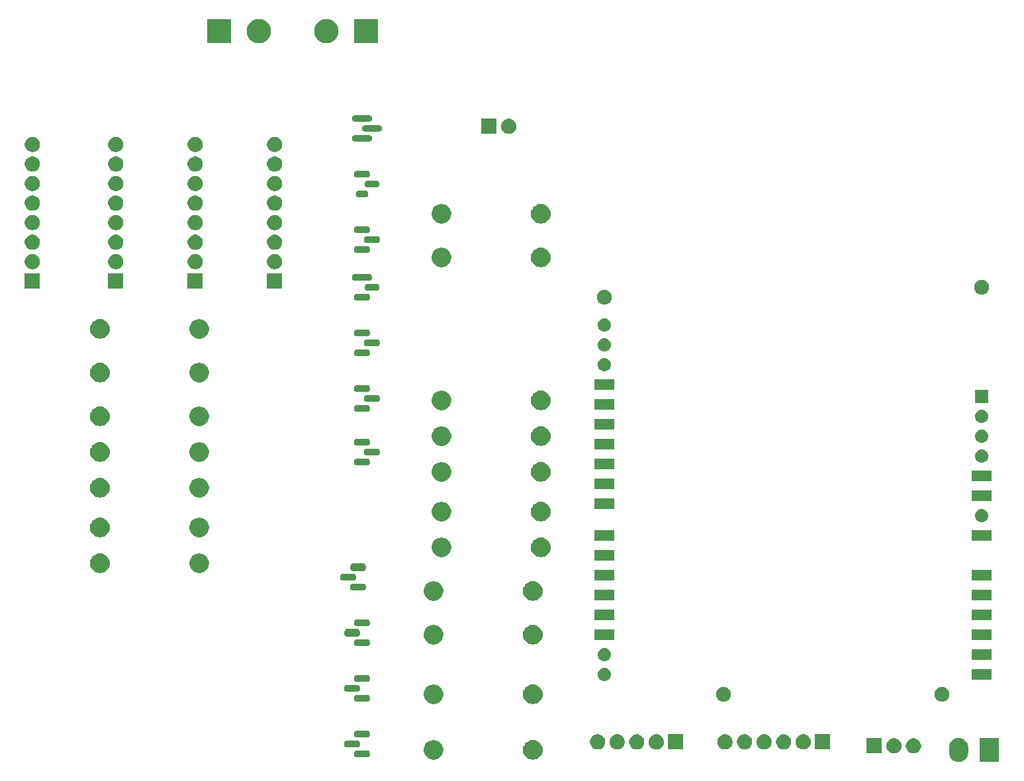
<source format=gbr>
G04 #@! TF.GenerationSoftware,KiCad,Pcbnew,(5.1.2)-2*
G04 #@! TF.CreationDate,2019-08-26T15:54:30+07:00*
G04 #@! TF.ProjectId,clock_7segment,636c6f63-6b5f-4377-9365-676d656e742e,rev?*
G04 #@! TF.SameCoordinates,Original*
G04 #@! TF.FileFunction,Soldermask,Top*
G04 #@! TF.FilePolarity,Negative*
%FSLAX46Y46*%
G04 Gerber Fmt 4.6, Leading zero omitted, Abs format (unit mm)*
G04 Created by KiCad (PCBNEW (5.1.2)-2) date 2019-08-26 15:54:30*
%MOMM*%
%LPD*%
G04 APERTURE LIST*
%ADD10C,0.100000*%
G04 APERTURE END LIST*
D10*
G36*
X186272338Y-166106739D02*
G01*
X186503440Y-166176843D01*
X186716425Y-166290686D01*
X186903107Y-166443893D01*
X187056314Y-166630575D01*
X187170157Y-166843560D01*
X187240261Y-167074663D01*
X187258000Y-167254772D01*
X187258000Y-168025229D01*
X187240261Y-168205338D01*
X187170157Y-168436440D01*
X187056314Y-168649425D01*
X186903107Y-168836107D01*
X186716424Y-168989314D01*
X186503439Y-169103157D01*
X186272337Y-169173261D01*
X186032000Y-169196932D01*
X185791662Y-169173261D01*
X185560560Y-169103157D01*
X185347575Y-168989314D01*
X185160893Y-168836107D01*
X185007686Y-168649424D01*
X184893843Y-168436439D01*
X184823739Y-168205337D01*
X184806000Y-168025228D01*
X184806000Y-167254771D01*
X184823739Y-167074662D01*
X184893843Y-166843560D01*
X185007687Y-166630575D01*
X185160894Y-166443893D01*
X185347576Y-166290686D01*
X185560561Y-166176843D01*
X185791663Y-166106739D01*
X186032000Y-166083068D01*
X186272338Y-166106739D01*
X186272338Y-166106739D01*
G37*
G36*
X191218000Y-169191000D02*
G01*
X188766000Y-169191000D01*
X188766000Y-166089000D01*
X191218000Y-166089000D01*
X191218000Y-169191000D01*
X191218000Y-169191000D01*
G37*
G36*
X119236903Y-166437075D02*
G01*
X119456105Y-166527871D01*
X119464571Y-166531378D01*
X119669466Y-166668285D01*
X119843715Y-166842534D01*
X119980622Y-167047429D01*
X119980623Y-167047431D01*
X120074925Y-167275097D01*
X120123000Y-167516786D01*
X120123000Y-167763214D01*
X120074925Y-168004903D01*
X119991904Y-168205335D01*
X119980622Y-168232571D01*
X119843715Y-168437466D01*
X119669466Y-168611715D01*
X119464571Y-168748622D01*
X119464570Y-168748623D01*
X119464569Y-168748623D01*
X119236903Y-168842925D01*
X118995214Y-168891000D01*
X118748786Y-168891000D01*
X118507097Y-168842925D01*
X118279431Y-168748623D01*
X118279430Y-168748623D01*
X118279429Y-168748622D01*
X118074534Y-168611715D01*
X117900285Y-168437466D01*
X117763378Y-168232571D01*
X117752097Y-168205335D01*
X117669075Y-168004903D01*
X117621000Y-167763214D01*
X117621000Y-167516786D01*
X117669075Y-167275097D01*
X117763377Y-167047431D01*
X117763378Y-167047429D01*
X117900285Y-166842534D01*
X118074534Y-166668285D01*
X118279429Y-166531378D01*
X118287896Y-166527871D01*
X118507097Y-166437075D01*
X118748786Y-166389000D01*
X118995214Y-166389000D01*
X119236903Y-166437075D01*
X119236903Y-166437075D01*
G37*
G36*
X131817239Y-166407101D02*
G01*
X132053053Y-166478634D01*
X132270381Y-166594799D01*
X132460871Y-166751129D01*
X132617201Y-166941619D01*
X132733366Y-167158947D01*
X132804899Y-167394761D01*
X132829053Y-167640000D01*
X132804899Y-167885239D01*
X132733366Y-168121053D01*
X132617201Y-168338381D01*
X132460871Y-168528871D01*
X132270381Y-168685201D01*
X132053053Y-168801366D01*
X131817239Y-168872899D01*
X131633457Y-168891000D01*
X131510543Y-168891000D01*
X131326761Y-168872899D01*
X131090947Y-168801366D01*
X130873619Y-168685201D01*
X130683129Y-168528871D01*
X130526799Y-168338381D01*
X130410634Y-168121053D01*
X130339101Y-167885239D01*
X130314947Y-167640000D01*
X130339101Y-167394761D01*
X130410634Y-167158947D01*
X130526799Y-166941619D01*
X130683129Y-166751129D01*
X130873619Y-166594799D01*
X131090947Y-166478634D01*
X131326761Y-166407101D01*
X131510543Y-166389000D01*
X131633457Y-166389000D01*
X131817239Y-166407101D01*
X131817239Y-166407101D01*
G37*
G36*
X110416410Y-167703525D02*
G01*
X110501426Y-167729314D01*
X110579775Y-167771193D01*
X110648449Y-167827551D01*
X110704807Y-167896225D01*
X110746686Y-167974574D01*
X110772475Y-168059590D01*
X110781182Y-168148000D01*
X110772475Y-168236410D01*
X110746686Y-168321426D01*
X110704807Y-168399775D01*
X110648449Y-168468449D01*
X110579775Y-168524807D01*
X110501426Y-168566686D01*
X110416410Y-168592475D01*
X110350158Y-168599000D01*
X109105842Y-168599000D01*
X109039590Y-168592475D01*
X108954574Y-168566686D01*
X108876225Y-168524807D01*
X108807551Y-168468449D01*
X108751193Y-168399775D01*
X108709314Y-168321426D01*
X108683525Y-168236410D01*
X108674818Y-168148000D01*
X108683525Y-168059590D01*
X108709314Y-167974574D01*
X108751193Y-167896225D01*
X108807551Y-167827551D01*
X108876225Y-167771193D01*
X108954574Y-167729314D01*
X109039590Y-167703525D01*
X109105842Y-167697000D01*
X110350158Y-167697000D01*
X110416410Y-167703525D01*
X110416410Y-167703525D01*
G37*
G36*
X178044687Y-166193507D02*
G01*
X178044690Y-166193508D01*
X178044689Y-166193508D01*
X178222309Y-166267080D01*
X178222310Y-166267081D01*
X178382161Y-166373889D01*
X178518111Y-166509839D01*
X178598783Y-166630575D01*
X178624920Y-166669691D01*
X178645812Y-166720129D01*
X178698493Y-166847313D01*
X178736000Y-167035871D01*
X178736000Y-167228129D01*
X178698493Y-167416687D01*
X178698492Y-167416689D01*
X178624920Y-167594309D01*
X178624919Y-167594310D01*
X178518111Y-167754161D01*
X178382161Y-167890111D01*
X178255752Y-167974574D01*
X178222309Y-167996920D01*
X178153964Y-168025229D01*
X178044687Y-168070493D01*
X177856129Y-168108000D01*
X177663871Y-168108000D01*
X177475313Y-168070493D01*
X177366036Y-168025229D01*
X177297691Y-167996920D01*
X177264248Y-167974574D01*
X177137839Y-167890111D01*
X177001889Y-167754161D01*
X176895081Y-167594310D01*
X176895080Y-167594309D01*
X176821508Y-167416689D01*
X176821507Y-167416687D01*
X176784000Y-167228129D01*
X176784000Y-167035871D01*
X176821507Y-166847313D01*
X176874188Y-166720129D01*
X176895080Y-166669691D01*
X176921217Y-166630575D01*
X177001889Y-166509839D01*
X177137839Y-166373889D01*
X177297690Y-166267081D01*
X177297691Y-166267080D01*
X177475311Y-166193508D01*
X177475310Y-166193508D01*
X177475313Y-166193507D01*
X177663871Y-166156000D01*
X177856129Y-166156000D01*
X178044687Y-166193507D01*
X178044687Y-166193507D01*
G37*
G36*
X180544687Y-166193507D02*
G01*
X180544690Y-166193508D01*
X180544689Y-166193508D01*
X180722309Y-166267080D01*
X180722310Y-166267081D01*
X180882161Y-166373889D01*
X181018111Y-166509839D01*
X181098783Y-166630575D01*
X181124920Y-166669691D01*
X181145812Y-166720129D01*
X181198493Y-166847313D01*
X181236000Y-167035871D01*
X181236000Y-167228129D01*
X181198493Y-167416687D01*
X181198492Y-167416689D01*
X181124920Y-167594309D01*
X181124919Y-167594310D01*
X181018111Y-167754161D01*
X180882161Y-167890111D01*
X180755752Y-167974574D01*
X180722309Y-167996920D01*
X180653964Y-168025229D01*
X180544687Y-168070493D01*
X180356129Y-168108000D01*
X180163871Y-168108000D01*
X179975313Y-168070493D01*
X179866036Y-168025229D01*
X179797691Y-167996920D01*
X179764248Y-167974574D01*
X179637839Y-167890111D01*
X179501889Y-167754161D01*
X179395081Y-167594310D01*
X179395080Y-167594309D01*
X179321508Y-167416689D01*
X179321507Y-167416687D01*
X179284000Y-167228129D01*
X179284000Y-167035871D01*
X179321507Y-166847313D01*
X179374188Y-166720129D01*
X179395080Y-166669691D01*
X179421217Y-166630575D01*
X179501889Y-166509839D01*
X179637839Y-166373889D01*
X179797690Y-166267081D01*
X179797691Y-166267080D01*
X179975311Y-166193508D01*
X179975310Y-166193508D01*
X179975313Y-166193507D01*
X180163871Y-166156000D01*
X180356129Y-166156000D01*
X180544687Y-166193507D01*
X180544687Y-166193507D01*
G37*
G36*
X176236000Y-168108000D02*
G01*
X174284000Y-168108000D01*
X174284000Y-166156000D01*
X176236000Y-166156000D01*
X176236000Y-168108000D01*
X176236000Y-168108000D01*
G37*
G36*
X169632000Y-167600000D02*
G01*
X167680000Y-167600000D01*
X167680000Y-165648000D01*
X169632000Y-165648000D01*
X169632000Y-167600000D01*
X169632000Y-167600000D01*
G37*
G36*
X150836000Y-167600000D02*
G01*
X148884000Y-167600000D01*
X148884000Y-165648000D01*
X150836000Y-165648000D01*
X150836000Y-167600000D01*
X150836000Y-167600000D01*
G37*
G36*
X147644687Y-165685507D02*
G01*
X147684927Y-165702175D01*
X147822309Y-165759080D01*
X147822310Y-165759081D01*
X147982161Y-165865889D01*
X148118111Y-166001839D01*
X148188202Y-166106739D01*
X148224920Y-166161691D01*
X148278351Y-166290686D01*
X148298493Y-166339313D01*
X148336000Y-166527871D01*
X148336000Y-166720129D01*
X148298493Y-166908687D01*
X148298492Y-166908689D01*
X148224920Y-167086309D01*
X148224919Y-167086310D01*
X148118111Y-167246161D01*
X147982161Y-167382111D01*
X147848891Y-167471158D01*
X147822309Y-167488920D01*
X147684927Y-167545825D01*
X147644687Y-167562493D01*
X147456129Y-167600000D01*
X147263871Y-167600000D01*
X147075313Y-167562493D01*
X147035073Y-167545825D01*
X146897691Y-167488920D01*
X146871109Y-167471158D01*
X146737839Y-167382111D01*
X146601889Y-167246161D01*
X146495081Y-167086310D01*
X146495080Y-167086309D01*
X146421508Y-166908689D01*
X146421507Y-166908687D01*
X146384000Y-166720129D01*
X146384000Y-166527871D01*
X146421507Y-166339313D01*
X146441649Y-166290686D01*
X146495080Y-166161691D01*
X146531798Y-166106739D01*
X146601889Y-166001839D01*
X146737839Y-165865889D01*
X146897690Y-165759081D01*
X146897691Y-165759080D01*
X147035073Y-165702175D01*
X147075313Y-165685507D01*
X147263871Y-165648000D01*
X147456129Y-165648000D01*
X147644687Y-165685507D01*
X147644687Y-165685507D01*
G37*
G36*
X145144687Y-165685507D02*
G01*
X145184927Y-165702175D01*
X145322309Y-165759080D01*
X145322310Y-165759081D01*
X145482161Y-165865889D01*
X145618111Y-166001839D01*
X145688202Y-166106739D01*
X145724920Y-166161691D01*
X145778351Y-166290686D01*
X145798493Y-166339313D01*
X145836000Y-166527871D01*
X145836000Y-166720129D01*
X145798493Y-166908687D01*
X145798492Y-166908689D01*
X145724920Y-167086309D01*
X145724919Y-167086310D01*
X145618111Y-167246161D01*
X145482161Y-167382111D01*
X145348891Y-167471158D01*
X145322309Y-167488920D01*
X145184927Y-167545825D01*
X145144687Y-167562493D01*
X144956129Y-167600000D01*
X144763871Y-167600000D01*
X144575313Y-167562493D01*
X144535073Y-167545825D01*
X144397691Y-167488920D01*
X144371109Y-167471158D01*
X144237839Y-167382111D01*
X144101889Y-167246161D01*
X143995081Y-167086310D01*
X143995080Y-167086309D01*
X143921508Y-166908689D01*
X143921507Y-166908687D01*
X143884000Y-166720129D01*
X143884000Y-166527871D01*
X143921507Y-166339313D01*
X143941649Y-166290686D01*
X143995080Y-166161691D01*
X144031798Y-166106739D01*
X144101889Y-166001839D01*
X144237839Y-165865889D01*
X144397690Y-165759081D01*
X144397691Y-165759080D01*
X144535073Y-165702175D01*
X144575313Y-165685507D01*
X144763871Y-165648000D01*
X144956129Y-165648000D01*
X145144687Y-165685507D01*
X145144687Y-165685507D01*
G37*
G36*
X142644687Y-165685507D02*
G01*
X142684927Y-165702175D01*
X142822309Y-165759080D01*
X142822310Y-165759081D01*
X142982161Y-165865889D01*
X143118111Y-166001839D01*
X143188202Y-166106739D01*
X143224920Y-166161691D01*
X143278351Y-166290686D01*
X143298493Y-166339313D01*
X143336000Y-166527871D01*
X143336000Y-166720129D01*
X143298493Y-166908687D01*
X143298492Y-166908689D01*
X143224920Y-167086309D01*
X143224919Y-167086310D01*
X143118111Y-167246161D01*
X142982161Y-167382111D01*
X142848891Y-167471158D01*
X142822309Y-167488920D01*
X142684927Y-167545825D01*
X142644687Y-167562493D01*
X142456129Y-167600000D01*
X142263871Y-167600000D01*
X142075313Y-167562493D01*
X142035073Y-167545825D01*
X141897691Y-167488920D01*
X141871109Y-167471158D01*
X141737839Y-167382111D01*
X141601889Y-167246161D01*
X141495081Y-167086310D01*
X141495080Y-167086309D01*
X141421508Y-166908689D01*
X141421507Y-166908687D01*
X141384000Y-166720129D01*
X141384000Y-166527871D01*
X141421507Y-166339313D01*
X141441649Y-166290686D01*
X141495080Y-166161691D01*
X141531798Y-166106739D01*
X141601889Y-166001839D01*
X141737839Y-165865889D01*
X141897690Y-165759081D01*
X141897691Y-165759080D01*
X142035073Y-165702175D01*
X142075313Y-165685507D01*
X142263871Y-165648000D01*
X142456129Y-165648000D01*
X142644687Y-165685507D01*
X142644687Y-165685507D01*
G37*
G36*
X140144687Y-165685507D02*
G01*
X140184927Y-165702175D01*
X140322309Y-165759080D01*
X140322310Y-165759081D01*
X140482161Y-165865889D01*
X140618111Y-166001839D01*
X140688202Y-166106739D01*
X140724920Y-166161691D01*
X140778351Y-166290686D01*
X140798493Y-166339313D01*
X140836000Y-166527871D01*
X140836000Y-166720129D01*
X140798493Y-166908687D01*
X140798492Y-166908689D01*
X140724920Y-167086309D01*
X140724919Y-167086310D01*
X140618111Y-167246161D01*
X140482161Y-167382111D01*
X140348891Y-167471158D01*
X140322309Y-167488920D01*
X140184927Y-167545825D01*
X140144687Y-167562493D01*
X139956129Y-167600000D01*
X139763871Y-167600000D01*
X139575313Y-167562493D01*
X139535073Y-167545825D01*
X139397691Y-167488920D01*
X139371109Y-167471158D01*
X139237839Y-167382111D01*
X139101889Y-167246161D01*
X138995081Y-167086310D01*
X138995080Y-167086309D01*
X138921508Y-166908689D01*
X138921507Y-166908687D01*
X138884000Y-166720129D01*
X138884000Y-166527871D01*
X138921507Y-166339313D01*
X138941649Y-166290686D01*
X138995080Y-166161691D01*
X139031798Y-166106739D01*
X139101889Y-166001839D01*
X139237839Y-165865889D01*
X139397690Y-165759081D01*
X139397691Y-165759080D01*
X139535073Y-165702175D01*
X139575313Y-165685507D01*
X139763871Y-165648000D01*
X139956129Y-165648000D01*
X140144687Y-165685507D01*
X140144687Y-165685507D01*
G37*
G36*
X156440687Y-165685507D02*
G01*
X156480927Y-165702175D01*
X156618309Y-165759080D01*
X156618310Y-165759081D01*
X156778161Y-165865889D01*
X156914111Y-166001839D01*
X156984202Y-166106739D01*
X157020920Y-166161691D01*
X157074351Y-166290686D01*
X157094493Y-166339313D01*
X157132000Y-166527871D01*
X157132000Y-166720129D01*
X157094493Y-166908687D01*
X157094492Y-166908689D01*
X157020920Y-167086309D01*
X157020919Y-167086310D01*
X156914111Y-167246161D01*
X156778161Y-167382111D01*
X156644891Y-167471158D01*
X156618309Y-167488920D01*
X156480927Y-167545825D01*
X156440687Y-167562493D01*
X156252129Y-167600000D01*
X156059871Y-167600000D01*
X155871313Y-167562493D01*
X155831073Y-167545825D01*
X155693691Y-167488920D01*
X155667109Y-167471158D01*
X155533839Y-167382111D01*
X155397889Y-167246161D01*
X155291081Y-167086310D01*
X155291080Y-167086309D01*
X155217508Y-166908689D01*
X155217507Y-166908687D01*
X155180000Y-166720129D01*
X155180000Y-166527871D01*
X155217507Y-166339313D01*
X155237649Y-166290686D01*
X155291080Y-166161691D01*
X155327798Y-166106739D01*
X155397889Y-166001839D01*
X155533839Y-165865889D01*
X155693690Y-165759081D01*
X155693691Y-165759080D01*
X155831073Y-165702175D01*
X155871313Y-165685507D01*
X156059871Y-165648000D01*
X156252129Y-165648000D01*
X156440687Y-165685507D01*
X156440687Y-165685507D01*
G37*
G36*
X161440687Y-165685507D02*
G01*
X161480927Y-165702175D01*
X161618309Y-165759080D01*
X161618310Y-165759081D01*
X161778161Y-165865889D01*
X161914111Y-166001839D01*
X161984202Y-166106739D01*
X162020920Y-166161691D01*
X162074351Y-166290686D01*
X162094493Y-166339313D01*
X162132000Y-166527871D01*
X162132000Y-166720129D01*
X162094493Y-166908687D01*
X162094492Y-166908689D01*
X162020920Y-167086309D01*
X162020919Y-167086310D01*
X161914111Y-167246161D01*
X161778161Y-167382111D01*
X161644891Y-167471158D01*
X161618309Y-167488920D01*
X161480927Y-167545825D01*
X161440687Y-167562493D01*
X161252129Y-167600000D01*
X161059871Y-167600000D01*
X160871313Y-167562493D01*
X160831073Y-167545825D01*
X160693691Y-167488920D01*
X160667109Y-167471158D01*
X160533839Y-167382111D01*
X160397889Y-167246161D01*
X160291081Y-167086310D01*
X160291080Y-167086309D01*
X160217508Y-166908689D01*
X160217507Y-166908687D01*
X160180000Y-166720129D01*
X160180000Y-166527871D01*
X160217507Y-166339313D01*
X160237649Y-166290686D01*
X160291080Y-166161691D01*
X160327798Y-166106739D01*
X160397889Y-166001839D01*
X160533839Y-165865889D01*
X160693690Y-165759081D01*
X160693691Y-165759080D01*
X160831073Y-165702175D01*
X160871313Y-165685507D01*
X161059871Y-165648000D01*
X161252129Y-165648000D01*
X161440687Y-165685507D01*
X161440687Y-165685507D01*
G37*
G36*
X163940687Y-165685507D02*
G01*
X163980927Y-165702175D01*
X164118309Y-165759080D01*
X164118310Y-165759081D01*
X164278161Y-165865889D01*
X164414111Y-166001839D01*
X164484202Y-166106739D01*
X164520920Y-166161691D01*
X164574351Y-166290686D01*
X164594493Y-166339313D01*
X164632000Y-166527871D01*
X164632000Y-166720129D01*
X164594493Y-166908687D01*
X164594492Y-166908689D01*
X164520920Y-167086309D01*
X164520919Y-167086310D01*
X164414111Y-167246161D01*
X164278161Y-167382111D01*
X164144891Y-167471158D01*
X164118309Y-167488920D01*
X163980927Y-167545825D01*
X163940687Y-167562493D01*
X163752129Y-167600000D01*
X163559871Y-167600000D01*
X163371313Y-167562493D01*
X163331073Y-167545825D01*
X163193691Y-167488920D01*
X163167109Y-167471158D01*
X163033839Y-167382111D01*
X162897889Y-167246161D01*
X162791081Y-167086310D01*
X162791080Y-167086309D01*
X162717508Y-166908689D01*
X162717507Y-166908687D01*
X162680000Y-166720129D01*
X162680000Y-166527871D01*
X162717507Y-166339313D01*
X162737649Y-166290686D01*
X162791080Y-166161691D01*
X162827798Y-166106739D01*
X162897889Y-166001839D01*
X163033839Y-165865889D01*
X163193690Y-165759081D01*
X163193691Y-165759080D01*
X163331073Y-165702175D01*
X163371313Y-165685507D01*
X163559871Y-165648000D01*
X163752129Y-165648000D01*
X163940687Y-165685507D01*
X163940687Y-165685507D01*
G37*
G36*
X158940687Y-165685507D02*
G01*
X158980927Y-165702175D01*
X159118309Y-165759080D01*
X159118310Y-165759081D01*
X159278161Y-165865889D01*
X159414111Y-166001839D01*
X159484202Y-166106739D01*
X159520920Y-166161691D01*
X159574351Y-166290686D01*
X159594493Y-166339313D01*
X159632000Y-166527871D01*
X159632000Y-166720129D01*
X159594493Y-166908687D01*
X159594492Y-166908689D01*
X159520920Y-167086309D01*
X159520919Y-167086310D01*
X159414111Y-167246161D01*
X159278161Y-167382111D01*
X159144891Y-167471158D01*
X159118309Y-167488920D01*
X158980927Y-167545825D01*
X158940687Y-167562493D01*
X158752129Y-167600000D01*
X158559871Y-167600000D01*
X158371313Y-167562493D01*
X158331073Y-167545825D01*
X158193691Y-167488920D01*
X158167109Y-167471158D01*
X158033839Y-167382111D01*
X157897889Y-167246161D01*
X157791081Y-167086310D01*
X157791080Y-167086309D01*
X157717508Y-166908689D01*
X157717507Y-166908687D01*
X157680000Y-166720129D01*
X157680000Y-166527871D01*
X157717507Y-166339313D01*
X157737649Y-166290686D01*
X157791080Y-166161691D01*
X157827798Y-166106739D01*
X157897889Y-166001839D01*
X158033839Y-165865889D01*
X158193690Y-165759081D01*
X158193691Y-165759080D01*
X158331073Y-165702175D01*
X158371313Y-165685507D01*
X158559871Y-165648000D01*
X158752129Y-165648000D01*
X158940687Y-165685507D01*
X158940687Y-165685507D01*
G37*
G36*
X166440687Y-165685507D02*
G01*
X166480927Y-165702175D01*
X166618309Y-165759080D01*
X166618310Y-165759081D01*
X166778161Y-165865889D01*
X166914111Y-166001839D01*
X166984202Y-166106739D01*
X167020920Y-166161691D01*
X167074351Y-166290686D01*
X167094493Y-166339313D01*
X167132000Y-166527871D01*
X167132000Y-166720129D01*
X167094493Y-166908687D01*
X167094492Y-166908689D01*
X167020920Y-167086309D01*
X167020919Y-167086310D01*
X166914111Y-167246161D01*
X166778161Y-167382111D01*
X166644891Y-167471158D01*
X166618309Y-167488920D01*
X166480927Y-167545825D01*
X166440687Y-167562493D01*
X166252129Y-167600000D01*
X166059871Y-167600000D01*
X165871313Y-167562493D01*
X165831073Y-167545825D01*
X165693691Y-167488920D01*
X165667109Y-167471158D01*
X165533839Y-167382111D01*
X165397889Y-167246161D01*
X165291081Y-167086310D01*
X165291080Y-167086309D01*
X165217508Y-166908689D01*
X165217507Y-166908687D01*
X165180000Y-166720129D01*
X165180000Y-166527871D01*
X165217507Y-166339313D01*
X165237649Y-166290686D01*
X165291080Y-166161691D01*
X165327798Y-166106739D01*
X165397889Y-166001839D01*
X165533839Y-165865889D01*
X165693690Y-165759081D01*
X165693691Y-165759080D01*
X165831073Y-165702175D01*
X165871313Y-165685507D01*
X166059871Y-165648000D01*
X166252129Y-165648000D01*
X166440687Y-165685507D01*
X166440687Y-165685507D01*
G37*
G36*
X109146410Y-166433525D02*
G01*
X109231426Y-166459314D01*
X109309775Y-166501193D01*
X109378449Y-166557551D01*
X109434807Y-166626225D01*
X109476686Y-166704574D01*
X109502475Y-166789590D01*
X109511182Y-166878000D01*
X109502475Y-166966410D01*
X109476686Y-167051426D01*
X109434807Y-167129775D01*
X109378449Y-167198449D01*
X109309775Y-167254807D01*
X109231426Y-167296686D01*
X109146410Y-167322475D01*
X109080158Y-167329000D01*
X107835842Y-167329000D01*
X107769590Y-167322475D01*
X107684574Y-167296686D01*
X107606225Y-167254807D01*
X107537551Y-167198449D01*
X107481193Y-167129775D01*
X107439314Y-167051426D01*
X107413525Y-166966410D01*
X107404818Y-166878000D01*
X107413525Y-166789590D01*
X107439314Y-166704574D01*
X107481193Y-166626225D01*
X107537551Y-166557551D01*
X107606225Y-166501193D01*
X107684574Y-166459314D01*
X107769590Y-166433525D01*
X107835842Y-166427000D01*
X109080158Y-166427000D01*
X109146410Y-166433525D01*
X109146410Y-166433525D01*
G37*
G36*
X110416410Y-165163525D02*
G01*
X110501426Y-165189314D01*
X110579775Y-165231193D01*
X110648449Y-165287551D01*
X110704807Y-165356225D01*
X110746686Y-165434574D01*
X110772475Y-165519590D01*
X110781182Y-165608000D01*
X110772475Y-165696410D01*
X110746686Y-165781426D01*
X110704807Y-165859775D01*
X110648449Y-165928449D01*
X110579775Y-165984807D01*
X110501426Y-166026686D01*
X110416410Y-166052475D01*
X110350158Y-166059000D01*
X109105842Y-166059000D01*
X109039590Y-166052475D01*
X108954574Y-166026686D01*
X108876225Y-165984807D01*
X108807551Y-165928449D01*
X108751193Y-165859775D01*
X108709314Y-165781426D01*
X108683525Y-165696410D01*
X108674818Y-165608000D01*
X108683525Y-165519590D01*
X108709314Y-165434574D01*
X108751193Y-165356225D01*
X108807551Y-165287551D01*
X108876225Y-165231193D01*
X108954574Y-165189314D01*
X109039590Y-165163525D01*
X109105842Y-165157000D01*
X110350158Y-165157000D01*
X110416410Y-165163525D01*
X110416410Y-165163525D01*
G37*
G36*
X131817239Y-159295101D02*
G01*
X132053053Y-159366634D01*
X132270381Y-159482799D01*
X132460871Y-159639129D01*
X132617201Y-159829619D01*
X132733366Y-160046947D01*
X132804899Y-160282761D01*
X132829053Y-160528000D01*
X132804899Y-160773239D01*
X132733366Y-161009053D01*
X132617201Y-161226381D01*
X132460871Y-161416871D01*
X132270381Y-161573201D01*
X132053053Y-161689366D01*
X131817239Y-161760899D01*
X131633457Y-161779000D01*
X131510543Y-161779000D01*
X131326761Y-161760899D01*
X131090947Y-161689366D01*
X130873619Y-161573201D01*
X130683129Y-161416871D01*
X130526799Y-161226381D01*
X130410634Y-161009053D01*
X130339101Y-160773239D01*
X130314947Y-160528000D01*
X130339101Y-160282761D01*
X130410634Y-160046947D01*
X130526799Y-159829619D01*
X130683129Y-159639129D01*
X130873619Y-159482799D01*
X131090947Y-159366634D01*
X131326761Y-159295101D01*
X131510543Y-159277000D01*
X131633457Y-159277000D01*
X131817239Y-159295101D01*
X131817239Y-159295101D01*
G37*
G36*
X119236903Y-159325075D02*
G01*
X119337236Y-159366634D01*
X119464571Y-159419378D01*
X119669466Y-159556285D01*
X119843715Y-159730534D01*
X119926487Y-159854411D01*
X119980623Y-159935431D01*
X120074925Y-160163097D01*
X120123000Y-160404786D01*
X120123000Y-160651214D01*
X120110202Y-160715552D01*
X120074925Y-160892903D01*
X119980622Y-161120571D01*
X119843715Y-161325466D01*
X119669466Y-161499715D01*
X119464571Y-161636622D01*
X119464570Y-161636623D01*
X119464569Y-161636623D01*
X119236903Y-161730925D01*
X118995214Y-161779000D01*
X118748786Y-161779000D01*
X118507097Y-161730925D01*
X118279431Y-161636623D01*
X118279430Y-161636623D01*
X118279429Y-161636622D01*
X118074534Y-161499715D01*
X117900285Y-161325466D01*
X117763378Y-161120571D01*
X117669075Y-160892903D01*
X117633798Y-160715552D01*
X117621000Y-160651214D01*
X117621000Y-160404786D01*
X117669075Y-160163097D01*
X117763377Y-159935431D01*
X117817513Y-159854411D01*
X117900285Y-159730534D01*
X118074534Y-159556285D01*
X118279429Y-159419378D01*
X118406765Y-159366634D01*
X118507097Y-159325075D01*
X118748786Y-159277000D01*
X118995214Y-159277000D01*
X119236903Y-159325075D01*
X119236903Y-159325075D01*
G37*
G36*
X110416410Y-160591525D02*
G01*
X110501426Y-160617314D01*
X110579775Y-160659193D01*
X110648449Y-160715551D01*
X110704807Y-160784225D01*
X110746686Y-160862574D01*
X110772475Y-160947590D01*
X110781182Y-161036000D01*
X110772475Y-161124410D01*
X110746686Y-161209426D01*
X110704807Y-161287775D01*
X110648449Y-161356449D01*
X110579775Y-161412807D01*
X110501426Y-161454686D01*
X110416410Y-161480475D01*
X110350158Y-161487000D01*
X109105842Y-161487000D01*
X109039590Y-161480475D01*
X108954574Y-161454686D01*
X108876225Y-161412807D01*
X108807551Y-161356449D01*
X108751193Y-161287775D01*
X108709314Y-161209426D01*
X108683525Y-161124410D01*
X108674818Y-161036000D01*
X108683525Y-160947590D01*
X108709314Y-160862574D01*
X108751193Y-160784225D01*
X108807551Y-160715551D01*
X108876225Y-160659193D01*
X108954574Y-160617314D01*
X109039590Y-160591525D01*
X109105842Y-160585000D01*
X110350158Y-160585000D01*
X110416410Y-160591525D01*
X110416410Y-160591525D01*
G37*
G36*
X184079580Y-159605081D02*
G01*
X184170480Y-159623162D01*
X184284647Y-159670452D01*
X184341732Y-159694097D01*
X184495850Y-159797075D01*
X184626925Y-159928150D01*
X184729903Y-160082268D01*
X184753548Y-160139353D01*
X184800838Y-160253520D01*
X184818919Y-160344420D01*
X184837000Y-160435318D01*
X184837000Y-160620682D01*
X184818919Y-160711580D01*
X184800838Y-160802480D01*
X184763383Y-160892903D01*
X184729903Y-160973732D01*
X184626925Y-161127850D01*
X184495850Y-161258925D01*
X184341732Y-161361903D01*
X184284647Y-161385548D01*
X184170480Y-161432838D01*
X184079580Y-161450919D01*
X183988682Y-161469000D01*
X183803318Y-161469000D01*
X183712420Y-161450919D01*
X183621520Y-161432838D01*
X183507353Y-161385548D01*
X183450268Y-161361903D01*
X183296150Y-161258925D01*
X183165075Y-161127850D01*
X183062097Y-160973732D01*
X183028617Y-160892903D01*
X182991162Y-160802480D01*
X182973081Y-160711580D01*
X182955000Y-160620682D01*
X182955000Y-160435318D01*
X182973081Y-160344420D01*
X182991162Y-160253520D01*
X183038452Y-160139353D01*
X183062097Y-160082268D01*
X183165075Y-159928150D01*
X183296150Y-159797075D01*
X183450268Y-159694097D01*
X183507353Y-159670452D01*
X183621520Y-159623162D01*
X183712420Y-159605081D01*
X183803318Y-159587000D01*
X183988682Y-159587000D01*
X184079580Y-159605081D01*
X184079580Y-159605081D01*
G37*
G36*
X156139580Y-159605081D02*
G01*
X156230480Y-159623162D01*
X156344647Y-159670452D01*
X156401732Y-159694097D01*
X156555850Y-159797075D01*
X156686925Y-159928150D01*
X156789903Y-160082268D01*
X156813548Y-160139353D01*
X156860838Y-160253520D01*
X156878919Y-160344420D01*
X156897000Y-160435318D01*
X156897000Y-160620682D01*
X156878919Y-160711580D01*
X156860838Y-160802480D01*
X156823383Y-160892903D01*
X156789903Y-160973732D01*
X156686925Y-161127850D01*
X156555850Y-161258925D01*
X156401732Y-161361903D01*
X156344647Y-161385548D01*
X156230480Y-161432838D01*
X156139580Y-161450919D01*
X156048682Y-161469000D01*
X155863318Y-161469000D01*
X155772420Y-161450919D01*
X155681520Y-161432838D01*
X155567353Y-161385548D01*
X155510268Y-161361903D01*
X155356150Y-161258925D01*
X155225075Y-161127850D01*
X155122097Y-160973732D01*
X155088617Y-160892903D01*
X155051162Y-160802480D01*
X155033081Y-160711580D01*
X155015000Y-160620682D01*
X155015000Y-160435318D01*
X155033081Y-160344420D01*
X155051162Y-160253520D01*
X155098452Y-160139353D01*
X155122097Y-160082268D01*
X155225075Y-159928150D01*
X155356150Y-159797075D01*
X155510268Y-159694097D01*
X155567353Y-159670452D01*
X155681520Y-159623162D01*
X155772420Y-159605081D01*
X155863318Y-159587000D01*
X156048682Y-159587000D01*
X156139580Y-159605081D01*
X156139580Y-159605081D01*
G37*
G36*
X109146410Y-159321525D02*
G01*
X109231426Y-159347314D01*
X109309775Y-159389193D01*
X109378449Y-159445551D01*
X109434807Y-159514225D01*
X109476686Y-159592574D01*
X109502475Y-159677590D01*
X109511182Y-159766000D01*
X109502475Y-159854410D01*
X109476686Y-159939426D01*
X109434807Y-160017775D01*
X109378449Y-160086449D01*
X109309775Y-160142807D01*
X109231426Y-160184686D01*
X109146410Y-160210475D01*
X109080158Y-160217000D01*
X107835842Y-160217000D01*
X107769590Y-160210475D01*
X107684574Y-160184686D01*
X107606225Y-160142807D01*
X107537551Y-160086449D01*
X107481193Y-160017775D01*
X107439314Y-159939426D01*
X107413525Y-159854410D01*
X107404818Y-159766000D01*
X107413525Y-159677590D01*
X107439314Y-159592574D01*
X107481193Y-159514225D01*
X107537551Y-159445551D01*
X107606225Y-159389193D01*
X107684574Y-159347314D01*
X107769590Y-159321525D01*
X107835842Y-159315000D01*
X109080158Y-159315000D01*
X109146410Y-159321525D01*
X109146410Y-159321525D01*
G37*
G36*
X110416410Y-158051525D02*
G01*
X110501426Y-158077314D01*
X110579775Y-158119193D01*
X110648449Y-158175551D01*
X110704807Y-158244225D01*
X110746686Y-158322574D01*
X110772475Y-158407590D01*
X110781182Y-158496000D01*
X110772475Y-158584410D01*
X110746686Y-158669426D01*
X110704807Y-158747775D01*
X110648449Y-158816449D01*
X110579775Y-158872807D01*
X110501426Y-158914686D01*
X110416410Y-158940475D01*
X110350158Y-158947000D01*
X109105842Y-158947000D01*
X109039590Y-158940475D01*
X108954574Y-158914686D01*
X108876225Y-158872807D01*
X108807551Y-158816449D01*
X108751193Y-158747775D01*
X108709314Y-158669426D01*
X108683525Y-158584410D01*
X108674818Y-158496000D01*
X108683525Y-158407590D01*
X108709314Y-158322574D01*
X108751193Y-158244225D01*
X108807551Y-158175551D01*
X108876225Y-158119193D01*
X108954574Y-158077314D01*
X109039590Y-158051525D01*
X109105842Y-158045000D01*
X110350158Y-158045000D01*
X110416410Y-158051525D01*
X110416410Y-158051525D01*
G37*
G36*
X140882823Y-157149313D02*
G01*
X141043242Y-157197976D01*
X141175906Y-157268886D01*
X141191078Y-157276996D01*
X141320659Y-157383341D01*
X141427004Y-157512922D01*
X141427005Y-157512924D01*
X141506024Y-157660758D01*
X141554687Y-157821177D01*
X141571117Y-157988000D01*
X141554687Y-158154823D01*
X141506024Y-158315242D01*
X141502104Y-158322575D01*
X141427004Y-158463078D01*
X141320659Y-158592659D01*
X141191078Y-158699004D01*
X141191076Y-158699005D01*
X141043242Y-158778024D01*
X140882823Y-158826687D01*
X140757804Y-158839000D01*
X140674196Y-158839000D01*
X140549177Y-158826687D01*
X140388758Y-158778024D01*
X140240924Y-158699005D01*
X140240922Y-158699004D01*
X140111341Y-158592659D01*
X140004996Y-158463078D01*
X139929896Y-158322575D01*
X139925976Y-158315242D01*
X139877313Y-158154823D01*
X139860883Y-157988000D01*
X139877313Y-157821177D01*
X139925976Y-157660758D01*
X140004995Y-157512924D01*
X140004996Y-157512922D01*
X140111341Y-157383341D01*
X140240922Y-157276996D01*
X140256094Y-157268886D01*
X140388758Y-157197976D01*
X140549177Y-157149313D01*
X140674196Y-157137000D01*
X140757804Y-157137000D01*
X140882823Y-157149313D01*
X140882823Y-157149313D01*
G37*
G36*
X190277000Y-158639000D02*
G01*
X187675000Y-158639000D01*
X187675000Y-157337000D01*
X190277000Y-157337000D01*
X190277000Y-158639000D01*
X190277000Y-158639000D01*
G37*
G36*
X140882823Y-154609313D02*
G01*
X141043242Y-154657976D01*
X141175906Y-154728886D01*
X141191078Y-154736996D01*
X141320659Y-154843341D01*
X141427004Y-154972922D01*
X141427005Y-154972924D01*
X141506024Y-155120758D01*
X141554687Y-155281177D01*
X141571117Y-155448000D01*
X141554687Y-155614823D01*
X141506024Y-155775242D01*
X141435114Y-155907906D01*
X141427004Y-155923078D01*
X141320659Y-156052659D01*
X141191078Y-156159004D01*
X141191076Y-156159005D01*
X141043242Y-156238024D01*
X140882823Y-156286687D01*
X140757804Y-156299000D01*
X140674196Y-156299000D01*
X140549177Y-156286687D01*
X140388758Y-156238024D01*
X140240924Y-156159005D01*
X140240922Y-156159004D01*
X140111341Y-156052659D01*
X140004996Y-155923078D01*
X139996886Y-155907906D01*
X139925976Y-155775242D01*
X139877313Y-155614823D01*
X139860883Y-155448000D01*
X139877313Y-155281177D01*
X139925976Y-155120758D01*
X140004995Y-154972924D01*
X140004996Y-154972922D01*
X140111341Y-154843341D01*
X140240922Y-154736996D01*
X140256094Y-154728886D01*
X140388758Y-154657976D01*
X140549177Y-154609313D01*
X140674196Y-154597000D01*
X140757804Y-154597000D01*
X140882823Y-154609313D01*
X140882823Y-154609313D01*
G37*
G36*
X190277000Y-156099000D02*
G01*
X187675000Y-156099000D01*
X187675000Y-154797000D01*
X190277000Y-154797000D01*
X190277000Y-156099000D01*
X190277000Y-156099000D01*
G37*
G36*
X110416410Y-153479525D02*
G01*
X110501426Y-153505314D01*
X110579775Y-153547193D01*
X110648449Y-153603551D01*
X110704807Y-153672225D01*
X110746686Y-153750574D01*
X110772475Y-153835590D01*
X110781182Y-153924000D01*
X110772475Y-154012410D01*
X110746686Y-154097426D01*
X110704807Y-154175775D01*
X110648449Y-154244449D01*
X110579775Y-154300807D01*
X110501426Y-154342686D01*
X110416410Y-154368475D01*
X110350158Y-154375000D01*
X109105842Y-154375000D01*
X109039590Y-154368475D01*
X108954574Y-154342686D01*
X108876225Y-154300807D01*
X108807551Y-154244449D01*
X108751193Y-154175775D01*
X108709314Y-154097426D01*
X108683525Y-154012410D01*
X108674818Y-153924000D01*
X108683525Y-153835590D01*
X108709314Y-153750574D01*
X108751193Y-153672225D01*
X108807551Y-153603551D01*
X108876225Y-153547193D01*
X108954574Y-153505314D01*
X109039590Y-153479525D01*
X109105842Y-153473000D01*
X110350158Y-153473000D01*
X110416410Y-153479525D01*
X110416410Y-153479525D01*
G37*
G36*
X119236903Y-151705075D02*
G01*
X119337236Y-151746634D01*
X119464571Y-151799378D01*
X119669466Y-151936285D01*
X119843715Y-152110534D01*
X119980622Y-152315429D01*
X119980623Y-152315431D01*
X120074925Y-152543097D01*
X120123000Y-152784786D01*
X120123000Y-153031214D01*
X120099819Y-153147751D01*
X120074925Y-153272903D01*
X119980622Y-153500571D01*
X119843715Y-153705466D01*
X119669466Y-153879715D01*
X119464571Y-154016622D01*
X119464570Y-154016623D01*
X119464569Y-154016623D01*
X119236903Y-154110925D01*
X118995214Y-154159000D01*
X118748786Y-154159000D01*
X118507097Y-154110925D01*
X118279431Y-154016623D01*
X118279430Y-154016623D01*
X118279429Y-154016622D01*
X118074534Y-153879715D01*
X117900285Y-153705466D01*
X117763378Y-153500571D01*
X117669075Y-153272903D01*
X117644181Y-153147751D01*
X117621000Y-153031214D01*
X117621000Y-152784786D01*
X117669075Y-152543097D01*
X117763377Y-152315431D01*
X117763378Y-152315429D01*
X117900285Y-152110534D01*
X118074534Y-151936285D01*
X118279429Y-151799378D01*
X118406765Y-151746634D01*
X118507097Y-151705075D01*
X118748786Y-151657000D01*
X118995214Y-151657000D01*
X119236903Y-151705075D01*
X119236903Y-151705075D01*
G37*
G36*
X131817239Y-151675101D02*
G01*
X132053053Y-151746634D01*
X132270381Y-151862799D01*
X132460871Y-152019129D01*
X132617201Y-152209619D01*
X132733366Y-152426947D01*
X132804899Y-152662761D01*
X132829053Y-152908000D01*
X132804899Y-153153239D01*
X132733366Y-153389053D01*
X132617201Y-153606381D01*
X132460871Y-153796871D01*
X132270381Y-153953201D01*
X132053053Y-154069366D01*
X131817239Y-154140899D01*
X131633457Y-154159000D01*
X131510543Y-154159000D01*
X131326761Y-154140899D01*
X131090947Y-154069366D01*
X130873619Y-153953201D01*
X130683129Y-153796871D01*
X130526799Y-153606381D01*
X130410634Y-153389053D01*
X130339101Y-153153239D01*
X130314947Y-152908000D01*
X130339101Y-152662761D01*
X130410634Y-152426947D01*
X130526799Y-152209619D01*
X130683129Y-152019129D01*
X130873619Y-151862799D01*
X131090947Y-151746634D01*
X131326761Y-151675101D01*
X131510543Y-151657000D01*
X131633457Y-151657000D01*
X131817239Y-151675101D01*
X131817239Y-151675101D01*
G37*
G36*
X190277000Y-153559000D02*
G01*
X187675000Y-153559000D01*
X187675000Y-152257000D01*
X190277000Y-152257000D01*
X190277000Y-153559000D01*
X190277000Y-153559000D01*
G37*
G36*
X142017000Y-153559000D02*
G01*
X139415000Y-153559000D01*
X139415000Y-152257000D01*
X142017000Y-152257000D01*
X142017000Y-153559000D01*
X142017000Y-153559000D01*
G37*
G36*
X109106213Y-152160249D02*
G01*
X109200652Y-152188897D01*
X109287687Y-152235418D01*
X109363975Y-152298025D01*
X109426582Y-152374313D01*
X109473103Y-152461348D01*
X109501751Y-152555787D01*
X109511424Y-152654000D01*
X109501751Y-152752213D01*
X109473103Y-152846652D01*
X109426582Y-152933687D01*
X109363975Y-153009975D01*
X109287687Y-153072582D01*
X109200652Y-153119103D01*
X109106213Y-153147751D01*
X109032612Y-153155000D01*
X107883388Y-153155000D01*
X107809787Y-153147751D01*
X107715348Y-153119103D01*
X107628313Y-153072582D01*
X107552025Y-153009975D01*
X107489418Y-152933687D01*
X107442897Y-152846652D01*
X107414249Y-152752213D01*
X107404576Y-152654000D01*
X107414249Y-152555787D01*
X107442897Y-152461348D01*
X107489418Y-152374313D01*
X107552025Y-152298025D01*
X107628313Y-152235418D01*
X107715348Y-152188897D01*
X107809787Y-152160249D01*
X107883388Y-152153000D01*
X109032612Y-152153000D01*
X109106213Y-152160249D01*
X109106213Y-152160249D01*
G37*
G36*
X110416410Y-150939525D02*
G01*
X110501426Y-150965314D01*
X110579775Y-151007193D01*
X110648449Y-151063551D01*
X110704807Y-151132225D01*
X110746686Y-151210574D01*
X110772475Y-151295590D01*
X110781182Y-151384000D01*
X110772475Y-151472410D01*
X110746686Y-151557426D01*
X110704807Y-151635775D01*
X110648449Y-151704449D01*
X110579775Y-151760807D01*
X110501426Y-151802686D01*
X110416410Y-151828475D01*
X110350158Y-151835000D01*
X109105842Y-151835000D01*
X109039590Y-151828475D01*
X108954574Y-151802686D01*
X108876225Y-151760807D01*
X108807551Y-151704449D01*
X108751193Y-151635775D01*
X108709314Y-151557426D01*
X108683525Y-151472410D01*
X108674818Y-151384000D01*
X108683525Y-151295590D01*
X108709314Y-151210574D01*
X108751193Y-151132225D01*
X108807551Y-151063551D01*
X108876225Y-151007193D01*
X108954574Y-150965314D01*
X109039590Y-150939525D01*
X109105842Y-150933000D01*
X110350158Y-150933000D01*
X110416410Y-150939525D01*
X110416410Y-150939525D01*
G37*
G36*
X190277000Y-151019000D02*
G01*
X187675000Y-151019000D01*
X187675000Y-149717000D01*
X190277000Y-149717000D01*
X190277000Y-151019000D01*
X190277000Y-151019000D01*
G37*
G36*
X142017000Y-151019000D02*
G01*
X139415000Y-151019000D01*
X139415000Y-149717000D01*
X142017000Y-149717000D01*
X142017000Y-151019000D01*
X142017000Y-151019000D01*
G37*
G36*
X119236903Y-146117075D02*
G01*
X119337236Y-146158634D01*
X119464571Y-146211378D01*
X119669466Y-146348285D01*
X119843715Y-146522534D01*
X119921251Y-146638575D01*
X119980623Y-146727431D01*
X120074925Y-146955097D01*
X120110203Y-147132449D01*
X120123000Y-147196787D01*
X120123000Y-147443213D01*
X120074925Y-147684903D01*
X119980622Y-147912571D01*
X119843715Y-148117466D01*
X119669466Y-148291715D01*
X119464571Y-148428622D01*
X119464570Y-148428623D01*
X119464569Y-148428623D01*
X119236903Y-148522925D01*
X118995214Y-148571000D01*
X118748786Y-148571000D01*
X118507097Y-148522925D01*
X118279431Y-148428623D01*
X118279430Y-148428623D01*
X118279429Y-148428622D01*
X118074534Y-148291715D01*
X117900285Y-148117466D01*
X117763378Y-147912571D01*
X117669075Y-147684903D01*
X117621000Y-147443213D01*
X117621000Y-147196787D01*
X117633798Y-147132449D01*
X117669075Y-146955097D01*
X117763377Y-146727431D01*
X117822749Y-146638575D01*
X117900285Y-146522534D01*
X118074534Y-146348285D01*
X118279429Y-146211378D01*
X118406765Y-146158634D01*
X118507097Y-146117075D01*
X118748786Y-146069000D01*
X118995214Y-146069000D01*
X119236903Y-146117075D01*
X119236903Y-146117075D01*
G37*
G36*
X131817239Y-146087101D02*
G01*
X132053053Y-146158634D01*
X132270381Y-146274799D01*
X132460871Y-146431129D01*
X132617201Y-146621619D01*
X132733366Y-146838947D01*
X132804899Y-147074761D01*
X132829053Y-147320000D01*
X132804899Y-147565239D01*
X132733366Y-147801053D01*
X132617201Y-148018381D01*
X132460871Y-148208871D01*
X132270381Y-148365201D01*
X132053053Y-148481366D01*
X131817239Y-148552899D01*
X131633457Y-148571000D01*
X131510543Y-148571000D01*
X131326761Y-148552899D01*
X131090947Y-148481366D01*
X130873619Y-148365201D01*
X130683129Y-148208871D01*
X130526799Y-148018381D01*
X130410634Y-147801053D01*
X130339101Y-147565239D01*
X130314947Y-147320000D01*
X130339101Y-147074761D01*
X130410634Y-146838947D01*
X130526799Y-146621619D01*
X130683129Y-146431129D01*
X130873619Y-146274799D01*
X131090947Y-146158634D01*
X131326761Y-146087101D01*
X131510543Y-146069000D01*
X131633457Y-146069000D01*
X131817239Y-146087101D01*
X131817239Y-146087101D01*
G37*
G36*
X190277000Y-148479000D02*
G01*
X187675000Y-148479000D01*
X187675000Y-147177000D01*
X190277000Y-147177000D01*
X190277000Y-148479000D01*
X190277000Y-148479000D01*
G37*
G36*
X142017000Y-148479000D02*
G01*
X139415000Y-148479000D01*
X139415000Y-147177000D01*
X142017000Y-147177000D01*
X142017000Y-148479000D01*
X142017000Y-148479000D01*
G37*
G36*
X109908410Y-146367525D02*
G01*
X109993426Y-146393314D01*
X110071775Y-146435193D01*
X110140449Y-146491551D01*
X110196807Y-146560225D01*
X110238686Y-146638574D01*
X110264475Y-146723590D01*
X110273182Y-146812000D01*
X110264475Y-146900410D01*
X110238686Y-146985426D01*
X110196807Y-147063775D01*
X110140449Y-147132449D01*
X110071775Y-147188807D01*
X109993426Y-147230686D01*
X109908410Y-147256475D01*
X109842158Y-147263000D01*
X108597842Y-147263000D01*
X108531590Y-147256475D01*
X108446574Y-147230686D01*
X108368225Y-147188807D01*
X108299551Y-147132449D01*
X108243193Y-147063775D01*
X108201314Y-146985426D01*
X108175525Y-146900410D01*
X108166818Y-146812000D01*
X108175525Y-146723590D01*
X108201314Y-146638574D01*
X108243193Y-146560225D01*
X108299551Y-146491551D01*
X108368225Y-146435193D01*
X108446574Y-146393314D01*
X108531590Y-146367525D01*
X108597842Y-146361000D01*
X109842158Y-146361000D01*
X109908410Y-146367525D01*
X109908410Y-146367525D01*
G37*
G36*
X108638410Y-145097525D02*
G01*
X108723426Y-145123314D01*
X108801775Y-145165193D01*
X108870449Y-145221551D01*
X108926807Y-145290225D01*
X108968686Y-145368574D01*
X108994475Y-145453590D01*
X109003182Y-145542000D01*
X108994475Y-145630410D01*
X108968686Y-145715426D01*
X108926807Y-145793775D01*
X108870449Y-145862449D01*
X108801775Y-145918807D01*
X108723426Y-145960686D01*
X108638410Y-145986475D01*
X108572158Y-145993000D01*
X107327842Y-145993000D01*
X107261590Y-145986475D01*
X107176574Y-145960686D01*
X107098225Y-145918807D01*
X107029551Y-145862449D01*
X106973193Y-145793775D01*
X106931314Y-145715426D01*
X106905525Y-145630410D01*
X106896818Y-145542000D01*
X106905525Y-145453590D01*
X106931314Y-145368574D01*
X106973193Y-145290225D01*
X107029551Y-145221551D01*
X107098225Y-145165193D01*
X107176574Y-145123314D01*
X107261590Y-145097525D01*
X107327842Y-145091000D01*
X108572158Y-145091000D01*
X108638410Y-145097525D01*
X108638410Y-145097525D01*
G37*
G36*
X190277000Y-145939000D02*
G01*
X187675000Y-145939000D01*
X187675000Y-144637000D01*
X190277000Y-144637000D01*
X190277000Y-145939000D01*
X190277000Y-145939000D01*
G37*
G36*
X142017000Y-145939000D02*
G01*
X139415000Y-145939000D01*
X139415000Y-144637000D01*
X142017000Y-144637000D01*
X142017000Y-145939000D01*
X142017000Y-145939000D01*
G37*
G36*
X89264903Y-142561075D02*
G01*
X89365236Y-142602634D01*
X89492571Y-142655378D01*
X89697466Y-142792285D01*
X89871715Y-142966534D01*
X89937922Y-143065620D01*
X90008623Y-143171431D01*
X90102925Y-143399097D01*
X90151000Y-143640786D01*
X90151000Y-143887214D01*
X90102925Y-144128903D01*
X90084334Y-144173787D01*
X90008622Y-144356571D01*
X89871715Y-144561466D01*
X89697466Y-144735715D01*
X89492571Y-144872622D01*
X89492570Y-144872623D01*
X89492569Y-144872623D01*
X89264903Y-144966925D01*
X89023214Y-145015000D01*
X88776786Y-145015000D01*
X88535097Y-144966925D01*
X88307431Y-144872623D01*
X88307430Y-144872623D01*
X88307429Y-144872622D01*
X88102534Y-144735715D01*
X87928285Y-144561466D01*
X87791378Y-144356571D01*
X87715667Y-144173787D01*
X87697075Y-144128903D01*
X87649000Y-143887214D01*
X87649000Y-143640786D01*
X87697075Y-143399097D01*
X87791377Y-143171431D01*
X87862078Y-143065620D01*
X87928285Y-142966534D01*
X88102534Y-142792285D01*
X88307429Y-142655378D01*
X88434765Y-142602634D01*
X88535097Y-142561075D01*
X88776786Y-142513000D01*
X89023214Y-142513000D01*
X89264903Y-142561075D01*
X89264903Y-142561075D01*
G37*
G36*
X76445239Y-142531101D02*
G01*
X76681053Y-142602634D01*
X76898381Y-142718799D01*
X77088871Y-142875129D01*
X77245201Y-143065619D01*
X77361366Y-143282947D01*
X77432899Y-143518761D01*
X77457053Y-143764000D01*
X77432899Y-144009239D01*
X77361366Y-144245053D01*
X77245201Y-144462381D01*
X77088871Y-144652871D01*
X76898381Y-144809201D01*
X76681053Y-144925366D01*
X76445239Y-144996899D01*
X76261457Y-145015000D01*
X76138543Y-145015000D01*
X75954761Y-144996899D01*
X75718947Y-144925366D01*
X75501619Y-144809201D01*
X75311129Y-144652871D01*
X75154799Y-144462381D01*
X75038634Y-144245053D01*
X74967101Y-144009239D01*
X74942947Y-143764000D01*
X74967101Y-143518761D01*
X75038634Y-143282947D01*
X75154799Y-143065619D01*
X75311129Y-142875129D01*
X75501619Y-142718799D01*
X75718947Y-142602634D01*
X75954761Y-142531101D01*
X76138543Y-142513000D01*
X76261457Y-142513000D01*
X76445239Y-142531101D01*
X76445239Y-142531101D01*
G37*
G36*
X109868213Y-143778249D02*
G01*
X109962652Y-143806897D01*
X110049687Y-143853418D01*
X110125975Y-143916025D01*
X110188582Y-143992313D01*
X110235103Y-144079348D01*
X110263751Y-144173787D01*
X110273424Y-144272000D01*
X110263751Y-144370213D01*
X110235103Y-144464652D01*
X110188582Y-144551687D01*
X110125975Y-144627975D01*
X110049687Y-144690582D01*
X109962652Y-144737103D01*
X109868213Y-144765751D01*
X109794612Y-144773000D01*
X108645388Y-144773000D01*
X108571787Y-144765751D01*
X108477348Y-144737103D01*
X108390313Y-144690582D01*
X108314025Y-144627975D01*
X108251418Y-144551687D01*
X108204897Y-144464652D01*
X108176249Y-144370213D01*
X108166576Y-144272000D01*
X108176249Y-144173787D01*
X108204897Y-144079348D01*
X108251418Y-143992313D01*
X108314025Y-143916025D01*
X108390313Y-143853418D01*
X108477348Y-143806897D01*
X108571787Y-143778249D01*
X108645388Y-143771000D01*
X109794612Y-143771000D01*
X109868213Y-143778249D01*
X109868213Y-143778249D01*
G37*
G36*
X142017000Y-143399000D02*
G01*
X139415000Y-143399000D01*
X139415000Y-142097000D01*
X142017000Y-142097000D01*
X142017000Y-143399000D01*
X142017000Y-143399000D01*
G37*
G36*
X132833239Y-140499101D02*
G01*
X133069053Y-140570634D01*
X133286381Y-140686799D01*
X133476871Y-140843129D01*
X133633201Y-141033619D01*
X133749366Y-141250947D01*
X133820899Y-141486761D01*
X133845053Y-141732000D01*
X133820899Y-141977239D01*
X133749366Y-142213053D01*
X133633201Y-142430381D01*
X133476871Y-142620871D01*
X133286381Y-142777201D01*
X133069053Y-142893366D01*
X132833239Y-142964899D01*
X132649457Y-142983000D01*
X132526543Y-142983000D01*
X132342761Y-142964899D01*
X132106947Y-142893366D01*
X131889619Y-142777201D01*
X131699129Y-142620871D01*
X131542799Y-142430381D01*
X131426634Y-142213053D01*
X131355101Y-141977239D01*
X131330947Y-141732000D01*
X131355101Y-141486761D01*
X131426634Y-141250947D01*
X131542799Y-141033619D01*
X131699129Y-140843129D01*
X131889619Y-140686799D01*
X132106947Y-140570634D01*
X132342761Y-140499101D01*
X132526543Y-140481000D01*
X132649457Y-140481000D01*
X132833239Y-140499101D01*
X132833239Y-140499101D01*
G37*
G36*
X120252903Y-140529075D02*
G01*
X120353236Y-140570634D01*
X120480571Y-140623378D01*
X120685466Y-140760285D01*
X120859715Y-140934534D01*
X120996622Y-141139429D01*
X121090925Y-141367097D01*
X121139000Y-141608787D01*
X121139000Y-141855213D01*
X121090925Y-142096903D01*
X120996622Y-142324571D01*
X120859715Y-142529466D01*
X120685466Y-142703715D01*
X120480571Y-142840622D01*
X120480570Y-142840623D01*
X120480569Y-142840623D01*
X120252903Y-142934925D01*
X120011214Y-142983000D01*
X119764786Y-142983000D01*
X119523097Y-142934925D01*
X119295431Y-142840623D01*
X119295430Y-142840623D01*
X119295429Y-142840622D01*
X119090534Y-142703715D01*
X118916285Y-142529466D01*
X118779378Y-142324571D01*
X118685075Y-142096903D01*
X118637000Y-141855213D01*
X118637000Y-141608787D01*
X118685075Y-141367097D01*
X118779378Y-141139429D01*
X118916285Y-140934534D01*
X119090534Y-140760285D01*
X119295429Y-140623378D01*
X119422765Y-140570634D01*
X119523097Y-140529075D01*
X119764786Y-140481000D01*
X120011214Y-140481000D01*
X120252903Y-140529075D01*
X120252903Y-140529075D01*
G37*
G36*
X142017000Y-140859000D02*
G01*
X139415000Y-140859000D01*
X139415000Y-139557000D01*
X142017000Y-139557000D01*
X142017000Y-140859000D01*
X142017000Y-140859000D01*
G37*
G36*
X190277000Y-140859000D02*
G01*
X187675000Y-140859000D01*
X187675000Y-139557000D01*
X190277000Y-139557000D01*
X190277000Y-140859000D01*
X190277000Y-140859000D01*
G37*
G36*
X76445239Y-137959101D02*
G01*
X76681053Y-138030634D01*
X76898381Y-138146799D01*
X77088871Y-138303129D01*
X77245201Y-138493619D01*
X77361366Y-138710947D01*
X77432899Y-138946761D01*
X77457053Y-139192000D01*
X77432899Y-139437239D01*
X77361366Y-139673053D01*
X77245201Y-139890381D01*
X77088871Y-140080871D01*
X76898381Y-140237201D01*
X76681053Y-140353366D01*
X76445239Y-140424899D01*
X76261457Y-140443000D01*
X76138543Y-140443000D01*
X75954761Y-140424899D01*
X75718947Y-140353366D01*
X75501619Y-140237201D01*
X75311129Y-140080871D01*
X75154799Y-139890381D01*
X75038634Y-139673053D01*
X74967101Y-139437239D01*
X74942947Y-139192000D01*
X74967101Y-138946761D01*
X75038634Y-138710947D01*
X75154799Y-138493619D01*
X75311129Y-138303129D01*
X75501619Y-138146799D01*
X75718947Y-138030634D01*
X75954761Y-137959101D01*
X76138543Y-137941000D01*
X76261457Y-137941000D01*
X76445239Y-137959101D01*
X76445239Y-137959101D01*
G37*
G36*
X89264903Y-137989075D02*
G01*
X89365236Y-138030634D01*
X89492571Y-138083378D01*
X89697466Y-138220285D01*
X89871715Y-138394534D01*
X90008622Y-138599429D01*
X90102925Y-138827097D01*
X90151000Y-139068787D01*
X90151000Y-139315213D01*
X90102925Y-139556903D01*
X90008622Y-139784571D01*
X89871715Y-139989466D01*
X89697466Y-140163715D01*
X89492571Y-140300622D01*
X89492570Y-140300623D01*
X89492569Y-140300623D01*
X89264903Y-140394925D01*
X89023214Y-140443000D01*
X88776786Y-140443000D01*
X88535097Y-140394925D01*
X88307431Y-140300623D01*
X88307430Y-140300623D01*
X88307429Y-140300622D01*
X88102534Y-140163715D01*
X87928285Y-139989466D01*
X87791378Y-139784571D01*
X87697075Y-139556903D01*
X87649000Y-139315213D01*
X87649000Y-139068787D01*
X87697075Y-138827097D01*
X87791378Y-138599429D01*
X87928285Y-138394534D01*
X88102534Y-138220285D01*
X88307429Y-138083378D01*
X88434765Y-138030634D01*
X88535097Y-137989075D01*
X88776786Y-137941000D01*
X89023214Y-137941000D01*
X89264903Y-137989075D01*
X89264903Y-137989075D01*
G37*
G36*
X189142823Y-136829313D02*
G01*
X189303242Y-136877976D01*
X189435906Y-136948886D01*
X189451078Y-136956996D01*
X189580659Y-137063341D01*
X189687004Y-137192922D01*
X189687005Y-137192924D01*
X189766024Y-137340758D01*
X189814687Y-137501177D01*
X189831117Y-137668000D01*
X189814687Y-137834823D01*
X189766024Y-137995242D01*
X189718915Y-138083377D01*
X189687004Y-138143078D01*
X189580659Y-138272659D01*
X189451078Y-138379004D01*
X189451076Y-138379005D01*
X189303242Y-138458024D01*
X189142823Y-138506687D01*
X189017804Y-138519000D01*
X188934196Y-138519000D01*
X188809177Y-138506687D01*
X188648758Y-138458024D01*
X188500924Y-138379005D01*
X188500922Y-138379004D01*
X188371341Y-138272659D01*
X188264996Y-138143078D01*
X188233085Y-138083377D01*
X188185976Y-137995242D01*
X188137313Y-137834823D01*
X188120883Y-137668000D01*
X188137313Y-137501177D01*
X188185976Y-137340758D01*
X188264995Y-137192924D01*
X188264996Y-137192922D01*
X188371341Y-137063341D01*
X188500922Y-136956996D01*
X188516094Y-136948886D01*
X188648758Y-136877976D01*
X188809177Y-136829313D01*
X188934196Y-136817000D01*
X189017804Y-136817000D01*
X189142823Y-136829313D01*
X189142823Y-136829313D01*
G37*
G36*
X120252903Y-135957075D02*
G01*
X120353236Y-135998634D01*
X120480571Y-136051378D01*
X120685466Y-136188285D01*
X120859715Y-136362534D01*
X120925922Y-136461620D01*
X120996623Y-136567431D01*
X121090925Y-136795097D01*
X121123129Y-136956995D01*
X121139000Y-137036787D01*
X121139000Y-137283213D01*
X121090925Y-137524903D01*
X120996622Y-137752571D01*
X120859715Y-137957466D01*
X120685466Y-138131715D01*
X120480571Y-138268622D01*
X120480570Y-138268623D01*
X120480569Y-138268623D01*
X120252903Y-138362925D01*
X120011214Y-138411000D01*
X119764786Y-138411000D01*
X119523097Y-138362925D01*
X119295431Y-138268623D01*
X119295430Y-138268623D01*
X119295429Y-138268622D01*
X119090534Y-138131715D01*
X118916285Y-137957466D01*
X118779378Y-137752571D01*
X118685075Y-137524903D01*
X118637000Y-137283213D01*
X118637000Y-137036787D01*
X118652872Y-136956995D01*
X118685075Y-136795097D01*
X118779377Y-136567431D01*
X118850078Y-136461620D01*
X118916285Y-136362534D01*
X119090534Y-136188285D01*
X119295429Y-136051378D01*
X119422765Y-135998634D01*
X119523097Y-135957075D01*
X119764786Y-135909000D01*
X120011214Y-135909000D01*
X120252903Y-135957075D01*
X120252903Y-135957075D01*
G37*
G36*
X132833239Y-135927101D02*
G01*
X133069053Y-135998634D01*
X133286381Y-136114799D01*
X133476871Y-136271129D01*
X133633201Y-136461619D01*
X133749366Y-136678947D01*
X133820899Y-136914761D01*
X133845053Y-137160000D01*
X133820899Y-137405239D01*
X133749366Y-137641053D01*
X133633201Y-137858381D01*
X133476871Y-138048871D01*
X133286381Y-138205201D01*
X133069053Y-138321366D01*
X132833239Y-138392899D01*
X132649457Y-138411000D01*
X132526543Y-138411000D01*
X132342761Y-138392899D01*
X132106947Y-138321366D01*
X131889619Y-138205201D01*
X131699129Y-138048871D01*
X131542799Y-137858381D01*
X131426634Y-137641053D01*
X131355101Y-137405239D01*
X131330947Y-137160000D01*
X131355101Y-136914761D01*
X131426634Y-136678947D01*
X131542799Y-136461619D01*
X131699129Y-136271129D01*
X131889619Y-136114799D01*
X132106947Y-135998634D01*
X132342761Y-135927101D01*
X132526543Y-135909000D01*
X132649457Y-135909000D01*
X132833239Y-135927101D01*
X132833239Y-135927101D01*
G37*
G36*
X142017000Y-136799000D02*
G01*
X139415000Y-136799000D01*
X139415000Y-135497000D01*
X142017000Y-135497000D01*
X142017000Y-136799000D01*
X142017000Y-136799000D01*
G37*
G36*
X190277000Y-135779000D02*
G01*
X187675000Y-135779000D01*
X187675000Y-134477000D01*
X190277000Y-134477000D01*
X190277000Y-135779000D01*
X190277000Y-135779000D01*
G37*
G36*
X89264903Y-132909075D02*
G01*
X89380605Y-132957000D01*
X89492571Y-133003378D01*
X89697466Y-133140285D01*
X89871715Y-133314534D01*
X89937922Y-133413620D01*
X90008623Y-133519431D01*
X90102925Y-133747097D01*
X90151000Y-133988786D01*
X90151000Y-134235214D01*
X90126728Y-134357237D01*
X90102925Y-134476903D01*
X90008622Y-134704571D01*
X89871715Y-134909466D01*
X89697466Y-135083715D01*
X89492571Y-135220622D01*
X89492570Y-135220623D01*
X89492569Y-135220623D01*
X89264903Y-135314925D01*
X89023214Y-135363000D01*
X88776786Y-135363000D01*
X88535097Y-135314925D01*
X88307431Y-135220623D01*
X88307430Y-135220623D01*
X88307429Y-135220622D01*
X88102534Y-135083715D01*
X87928285Y-134909466D01*
X87791378Y-134704571D01*
X87697075Y-134476903D01*
X87673272Y-134357237D01*
X87649000Y-134235214D01*
X87649000Y-133988786D01*
X87697075Y-133747097D01*
X87791377Y-133519431D01*
X87862078Y-133413620D01*
X87928285Y-133314534D01*
X88102534Y-133140285D01*
X88307429Y-133003378D01*
X88419396Y-132957000D01*
X88535097Y-132909075D01*
X88776786Y-132861000D01*
X89023214Y-132861000D01*
X89264903Y-132909075D01*
X89264903Y-132909075D01*
G37*
G36*
X76445239Y-132879101D02*
G01*
X76681053Y-132950634D01*
X76898381Y-133066799D01*
X77088871Y-133223129D01*
X77245201Y-133413619D01*
X77361366Y-133630947D01*
X77432899Y-133866761D01*
X77457053Y-134112000D01*
X77432899Y-134357239D01*
X77361366Y-134593053D01*
X77245201Y-134810381D01*
X77088871Y-135000871D01*
X76898381Y-135157201D01*
X76681053Y-135273366D01*
X76445239Y-135344899D01*
X76261457Y-135363000D01*
X76138543Y-135363000D01*
X75954761Y-135344899D01*
X75718947Y-135273366D01*
X75501619Y-135157201D01*
X75311129Y-135000871D01*
X75154799Y-134810381D01*
X75038634Y-134593053D01*
X74967101Y-134357239D01*
X74942947Y-134112000D01*
X74967101Y-133866761D01*
X75038634Y-133630947D01*
X75154799Y-133413619D01*
X75311129Y-133223129D01*
X75501619Y-133066799D01*
X75718947Y-132950634D01*
X75954761Y-132879101D01*
X76138543Y-132861000D01*
X76261457Y-132861000D01*
X76445239Y-132879101D01*
X76445239Y-132879101D01*
G37*
G36*
X142017000Y-134259000D02*
G01*
X139415000Y-134259000D01*
X139415000Y-132957000D01*
X142017000Y-132957000D01*
X142017000Y-134259000D01*
X142017000Y-134259000D01*
G37*
G36*
X132833239Y-130847101D02*
G01*
X133069053Y-130918634D01*
X133286381Y-131034799D01*
X133476871Y-131191129D01*
X133633201Y-131381619D01*
X133749366Y-131598947D01*
X133820899Y-131834761D01*
X133845053Y-132080000D01*
X133820899Y-132325239D01*
X133749366Y-132561053D01*
X133633201Y-132778381D01*
X133476871Y-132968871D01*
X133286381Y-133125201D01*
X133069053Y-133241366D01*
X132833239Y-133312899D01*
X132649457Y-133331000D01*
X132526543Y-133331000D01*
X132342761Y-133312899D01*
X132106947Y-133241366D01*
X131889619Y-133125201D01*
X131699129Y-132968871D01*
X131542799Y-132778381D01*
X131426634Y-132561053D01*
X131355101Y-132325239D01*
X131330947Y-132080000D01*
X131355101Y-131834761D01*
X131426634Y-131598947D01*
X131542799Y-131381619D01*
X131699129Y-131191129D01*
X131889619Y-131034799D01*
X132106947Y-130918634D01*
X132342761Y-130847101D01*
X132526543Y-130829000D01*
X132649457Y-130829000D01*
X132833239Y-130847101D01*
X132833239Y-130847101D01*
G37*
G36*
X120252903Y-130877075D02*
G01*
X120353236Y-130918634D01*
X120480571Y-130971378D01*
X120685466Y-131108285D01*
X120859715Y-131282534D01*
X120996622Y-131487429D01*
X121090925Y-131715097D01*
X121139000Y-131956787D01*
X121139000Y-132203213D01*
X121090925Y-132444903D01*
X120996622Y-132672571D01*
X120859715Y-132877466D01*
X120685466Y-133051715D01*
X120480571Y-133188622D01*
X120480570Y-133188623D01*
X120480569Y-133188623D01*
X120252903Y-133282925D01*
X120011214Y-133331000D01*
X119764786Y-133331000D01*
X119523097Y-133282925D01*
X119295431Y-133188623D01*
X119295430Y-133188623D01*
X119295429Y-133188622D01*
X119090534Y-133051715D01*
X118916285Y-132877466D01*
X118779378Y-132672571D01*
X118685075Y-132444903D01*
X118637000Y-132203213D01*
X118637000Y-131956787D01*
X118685075Y-131715097D01*
X118779378Y-131487429D01*
X118916285Y-131282534D01*
X119090534Y-131108285D01*
X119295429Y-130971378D01*
X119422765Y-130918634D01*
X119523097Y-130877075D01*
X119764786Y-130829000D01*
X120011214Y-130829000D01*
X120252903Y-130877075D01*
X120252903Y-130877075D01*
G37*
G36*
X190277000Y-133239000D02*
G01*
X187675000Y-133239000D01*
X187675000Y-131937000D01*
X190277000Y-131937000D01*
X190277000Y-133239000D01*
X190277000Y-133239000D01*
G37*
G36*
X142017000Y-131719000D02*
G01*
X139415000Y-131719000D01*
X139415000Y-130417000D01*
X142017000Y-130417000D01*
X142017000Y-131719000D01*
X142017000Y-131719000D01*
G37*
G36*
X110416410Y-130365525D02*
G01*
X110501426Y-130391314D01*
X110579775Y-130433193D01*
X110648449Y-130489551D01*
X110704807Y-130558225D01*
X110746686Y-130636574D01*
X110772475Y-130721590D01*
X110781182Y-130810000D01*
X110772475Y-130898410D01*
X110746686Y-130983426D01*
X110704807Y-131061775D01*
X110648449Y-131130449D01*
X110579775Y-131186807D01*
X110501426Y-131228686D01*
X110416410Y-131254475D01*
X110350158Y-131261000D01*
X109105842Y-131261000D01*
X109039590Y-131254475D01*
X108954574Y-131228686D01*
X108876225Y-131186807D01*
X108807551Y-131130449D01*
X108751193Y-131061775D01*
X108709314Y-130983426D01*
X108683525Y-130898410D01*
X108674818Y-130810000D01*
X108683525Y-130721590D01*
X108709314Y-130636574D01*
X108751193Y-130558225D01*
X108807551Y-130489551D01*
X108876225Y-130433193D01*
X108954574Y-130391314D01*
X109039590Y-130365525D01*
X109105842Y-130359000D01*
X110350158Y-130359000D01*
X110416410Y-130365525D01*
X110416410Y-130365525D01*
G37*
G36*
X189142823Y-129209313D02*
G01*
X189303242Y-129257976D01*
X189435906Y-129328886D01*
X189451078Y-129336996D01*
X189580659Y-129443341D01*
X189687004Y-129572922D01*
X189687005Y-129572924D01*
X189766024Y-129720758D01*
X189814687Y-129881177D01*
X189831117Y-130048000D01*
X189814687Y-130214823D01*
X189766024Y-130375242D01*
X189704924Y-130489552D01*
X189687004Y-130523078D01*
X189580659Y-130652659D01*
X189451078Y-130759004D01*
X189451076Y-130759005D01*
X189303242Y-130838024D01*
X189142823Y-130886687D01*
X189017804Y-130899000D01*
X188934196Y-130899000D01*
X188809177Y-130886687D01*
X188648758Y-130838024D01*
X188500924Y-130759005D01*
X188500922Y-130759004D01*
X188371341Y-130652659D01*
X188264996Y-130523078D01*
X188247076Y-130489552D01*
X188185976Y-130375242D01*
X188137313Y-130214823D01*
X188120883Y-130048000D01*
X188137313Y-129881177D01*
X188185976Y-129720758D01*
X188264995Y-129572924D01*
X188264996Y-129572922D01*
X188371341Y-129443341D01*
X188500922Y-129336996D01*
X188516094Y-129328886D01*
X188648758Y-129257976D01*
X188809177Y-129209313D01*
X188934196Y-129197000D01*
X189017804Y-129197000D01*
X189142823Y-129209313D01*
X189142823Y-129209313D01*
G37*
G36*
X89264903Y-128337075D02*
G01*
X89365236Y-128378634D01*
X89492571Y-128431378D01*
X89697466Y-128568285D01*
X89871715Y-128742534D01*
X89937922Y-128841620D01*
X90008623Y-128947431D01*
X90102925Y-129175097D01*
X90151000Y-129416786D01*
X90151000Y-129663214D01*
X90111768Y-129860448D01*
X90102925Y-129904903D01*
X90008622Y-130132571D01*
X89871715Y-130337466D01*
X89697466Y-130511715D01*
X89492571Y-130648622D01*
X89492570Y-130648623D01*
X89492569Y-130648623D01*
X89264903Y-130742925D01*
X89023214Y-130791000D01*
X88776786Y-130791000D01*
X88535097Y-130742925D01*
X88307431Y-130648623D01*
X88307430Y-130648623D01*
X88307429Y-130648622D01*
X88102534Y-130511715D01*
X87928285Y-130337466D01*
X87791378Y-130132571D01*
X87697075Y-129904903D01*
X87688232Y-129860448D01*
X87649000Y-129663214D01*
X87649000Y-129416786D01*
X87697075Y-129175097D01*
X87791377Y-128947431D01*
X87862078Y-128841620D01*
X87928285Y-128742534D01*
X88102534Y-128568285D01*
X88307429Y-128431378D01*
X88434765Y-128378634D01*
X88535097Y-128337075D01*
X88776786Y-128289000D01*
X89023214Y-128289000D01*
X89264903Y-128337075D01*
X89264903Y-128337075D01*
G37*
G36*
X76445239Y-128307101D02*
G01*
X76681053Y-128378634D01*
X76898381Y-128494799D01*
X77088871Y-128651129D01*
X77245201Y-128841619D01*
X77361366Y-129058947D01*
X77432899Y-129294761D01*
X77457053Y-129540000D01*
X77432899Y-129785239D01*
X77361366Y-130021053D01*
X77245201Y-130238381D01*
X77088871Y-130428871D01*
X76898381Y-130585201D01*
X76681053Y-130701366D01*
X76445239Y-130772899D01*
X76261457Y-130791000D01*
X76138543Y-130791000D01*
X75954761Y-130772899D01*
X75718947Y-130701366D01*
X75501619Y-130585201D01*
X75311129Y-130428871D01*
X75154799Y-130238381D01*
X75038634Y-130021053D01*
X74967101Y-129785239D01*
X74942947Y-129540000D01*
X74967101Y-129294761D01*
X75038634Y-129058947D01*
X75154799Y-128841619D01*
X75311129Y-128651129D01*
X75501619Y-128494799D01*
X75718947Y-128378634D01*
X75954761Y-128307101D01*
X76138543Y-128289000D01*
X76261457Y-128289000D01*
X76445239Y-128307101D01*
X76445239Y-128307101D01*
G37*
G36*
X111686410Y-129095525D02*
G01*
X111771426Y-129121314D01*
X111849775Y-129163193D01*
X111918449Y-129219551D01*
X111974807Y-129288225D01*
X112016686Y-129366574D01*
X112042475Y-129451590D01*
X112051182Y-129540000D01*
X112042475Y-129628410D01*
X112016686Y-129713426D01*
X111974807Y-129791775D01*
X111918449Y-129860449D01*
X111849775Y-129916807D01*
X111771426Y-129958686D01*
X111686410Y-129984475D01*
X111620158Y-129991000D01*
X110375842Y-129991000D01*
X110309590Y-129984475D01*
X110224574Y-129958686D01*
X110146225Y-129916807D01*
X110077551Y-129860449D01*
X110021193Y-129791775D01*
X109979314Y-129713426D01*
X109953525Y-129628410D01*
X109944818Y-129540000D01*
X109953525Y-129451590D01*
X109979314Y-129366574D01*
X110021193Y-129288225D01*
X110077551Y-129219551D01*
X110146225Y-129163193D01*
X110224574Y-129121314D01*
X110309590Y-129095525D01*
X110375842Y-129089000D01*
X111620158Y-129089000D01*
X111686410Y-129095525D01*
X111686410Y-129095525D01*
G37*
G36*
X142017000Y-129179000D02*
G01*
X139415000Y-129179000D01*
X139415000Y-127877000D01*
X142017000Y-127877000D01*
X142017000Y-129179000D01*
X142017000Y-129179000D01*
G37*
G36*
X120252903Y-126305075D02*
G01*
X120353236Y-126346634D01*
X120480571Y-126399378D01*
X120685466Y-126536285D01*
X120859715Y-126710534D01*
X120925922Y-126809620D01*
X120996623Y-126915431D01*
X121090925Y-127143097D01*
X121139000Y-127384786D01*
X121139000Y-127631214D01*
X121130325Y-127674825D01*
X121090925Y-127872903D01*
X120996622Y-128100571D01*
X120859715Y-128305466D01*
X120685466Y-128479715D01*
X120480571Y-128616622D01*
X120480570Y-128616623D01*
X120480569Y-128616623D01*
X120252903Y-128710925D01*
X120011214Y-128759000D01*
X119764786Y-128759000D01*
X119523097Y-128710925D01*
X119295431Y-128616623D01*
X119295430Y-128616623D01*
X119295429Y-128616622D01*
X119090534Y-128479715D01*
X118916285Y-128305466D01*
X118779378Y-128100571D01*
X118685075Y-127872903D01*
X118645675Y-127674825D01*
X118637000Y-127631214D01*
X118637000Y-127384786D01*
X118685075Y-127143097D01*
X118779377Y-126915431D01*
X118850078Y-126809620D01*
X118916285Y-126710534D01*
X119090534Y-126536285D01*
X119295429Y-126399378D01*
X119422765Y-126346634D01*
X119523097Y-126305075D01*
X119764786Y-126257000D01*
X120011214Y-126257000D01*
X120252903Y-126305075D01*
X120252903Y-126305075D01*
G37*
G36*
X132833239Y-126275101D02*
G01*
X133069053Y-126346634D01*
X133286381Y-126462799D01*
X133476871Y-126619129D01*
X133633201Y-126809619D01*
X133749366Y-127026947D01*
X133820899Y-127262761D01*
X133845053Y-127508000D01*
X133820899Y-127753239D01*
X133749366Y-127989053D01*
X133633201Y-128206381D01*
X133476871Y-128396871D01*
X133286381Y-128553201D01*
X133069053Y-128669366D01*
X132833239Y-128740899D01*
X132649457Y-128759000D01*
X132526543Y-128759000D01*
X132342761Y-128740899D01*
X132106947Y-128669366D01*
X131889619Y-128553201D01*
X131699129Y-128396871D01*
X131542799Y-128206381D01*
X131426634Y-127989053D01*
X131355101Y-127753239D01*
X131330947Y-127508000D01*
X131355101Y-127262761D01*
X131426634Y-127026947D01*
X131542799Y-126809619D01*
X131699129Y-126619129D01*
X131889619Y-126462799D01*
X132106947Y-126346634D01*
X132342761Y-126275101D01*
X132526543Y-126257000D01*
X132649457Y-126257000D01*
X132833239Y-126275101D01*
X132833239Y-126275101D01*
G37*
G36*
X110416410Y-127825525D02*
G01*
X110501426Y-127851314D01*
X110579775Y-127893193D01*
X110648449Y-127949551D01*
X110704807Y-128018225D01*
X110746686Y-128096574D01*
X110772475Y-128181590D01*
X110781182Y-128270000D01*
X110772475Y-128358410D01*
X110746686Y-128443426D01*
X110704807Y-128521775D01*
X110648449Y-128590449D01*
X110579775Y-128646807D01*
X110501426Y-128688686D01*
X110416410Y-128714475D01*
X110350158Y-128721000D01*
X109105842Y-128721000D01*
X109039590Y-128714475D01*
X108954574Y-128688686D01*
X108876225Y-128646807D01*
X108807551Y-128590449D01*
X108751193Y-128521775D01*
X108709314Y-128443426D01*
X108683525Y-128358410D01*
X108674818Y-128270000D01*
X108683525Y-128181590D01*
X108709314Y-128096574D01*
X108751193Y-128018225D01*
X108807551Y-127949551D01*
X108876225Y-127893193D01*
X108954574Y-127851314D01*
X109039590Y-127825525D01*
X109105842Y-127819000D01*
X110350158Y-127819000D01*
X110416410Y-127825525D01*
X110416410Y-127825525D01*
G37*
G36*
X189142823Y-126669313D02*
G01*
X189303242Y-126717976D01*
X189435906Y-126788886D01*
X189451078Y-126796996D01*
X189580659Y-126903341D01*
X189687004Y-127032922D01*
X189687005Y-127032924D01*
X189766024Y-127180758D01*
X189814687Y-127341177D01*
X189831117Y-127508000D01*
X189814687Y-127674823D01*
X189766024Y-127835242D01*
X189704924Y-127949552D01*
X189687004Y-127983078D01*
X189580659Y-128112659D01*
X189451078Y-128219004D01*
X189451076Y-128219005D01*
X189303242Y-128298024D01*
X189142823Y-128346687D01*
X189017804Y-128359000D01*
X188934196Y-128359000D01*
X188809177Y-128346687D01*
X188648758Y-128298024D01*
X188500924Y-128219005D01*
X188500922Y-128219004D01*
X188371341Y-128112659D01*
X188264996Y-127983078D01*
X188247076Y-127949552D01*
X188185976Y-127835242D01*
X188137313Y-127674823D01*
X188120883Y-127508000D01*
X188137313Y-127341177D01*
X188185976Y-127180758D01*
X188264995Y-127032924D01*
X188264996Y-127032922D01*
X188371341Y-126903341D01*
X188500922Y-126796996D01*
X188516094Y-126788886D01*
X188648758Y-126717976D01*
X188809177Y-126669313D01*
X188934196Y-126657000D01*
X189017804Y-126657000D01*
X189142823Y-126669313D01*
X189142823Y-126669313D01*
G37*
G36*
X142017000Y-126639000D02*
G01*
X139415000Y-126639000D01*
X139415000Y-125337000D01*
X142017000Y-125337000D01*
X142017000Y-126639000D01*
X142017000Y-126639000D01*
G37*
G36*
X76445239Y-123735101D02*
G01*
X76681053Y-123806634D01*
X76898381Y-123922799D01*
X77088871Y-124079129D01*
X77245201Y-124269619D01*
X77361366Y-124486947D01*
X77432899Y-124722761D01*
X77457053Y-124968000D01*
X77432899Y-125213239D01*
X77361366Y-125449053D01*
X77245201Y-125666381D01*
X77088871Y-125856871D01*
X76898381Y-126013201D01*
X76681053Y-126129366D01*
X76445239Y-126200899D01*
X76261457Y-126219000D01*
X76138543Y-126219000D01*
X75954761Y-126200899D01*
X75718947Y-126129366D01*
X75501619Y-126013201D01*
X75311129Y-125856871D01*
X75154799Y-125666381D01*
X75038634Y-125449053D01*
X74967101Y-125213239D01*
X74942947Y-124968000D01*
X74967101Y-124722761D01*
X75038634Y-124486947D01*
X75154799Y-124269619D01*
X75311129Y-124079129D01*
X75501619Y-123922799D01*
X75718947Y-123806634D01*
X75954761Y-123735101D01*
X76138543Y-123717000D01*
X76261457Y-123717000D01*
X76445239Y-123735101D01*
X76445239Y-123735101D01*
G37*
G36*
X89264903Y-123765075D02*
G01*
X89365236Y-123806634D01*
X89492571Y-123859378D01*
X89697466Y-123996285D01*
X89871715Y-124170534D01*
X90008622Y-124375429D01*
X90008623Y-124375431D01*
X90102925Y-124603097D01*
X90151000Y-124844786D01*
X90151000Y-125091214D01*
X90142325Y-125134825D01*
X90102925Y-125332903D01*
X90008622Y-125560571D01*
X89871715Y-125765466D01*
X89697466Y-125939715D01*
X89492571Y-126076622D01*
X89492570Y-126076623D01*
X89492569Y-126076623D01*
X89264903Y-126170925D01*
X89023214Y-126219000D01*
X88776786Y-126219000D01*
X88535097Y-126170925D01*
X88307431Y-126076623D01*
X88307430Y-126076623D01*
X88307429Y-126076622D01*
X88102534Y-125939715D01*
X87928285Y-125765466D01*
X87791378Y-125560571D01*
X87697075Y-125332903D01*
X87657675Y-125134825D01*
X87649000Y-125091214D01*
X87649000Y-124844786D01*
X87697075Y-124603097D01*
X87791377Y-124375431D01*
X87791378Y-124375429D01*
X87928285Y-124170534D01*
X88102534Y-123996285D01*
X88307429Y-123859378D01*
X88434765Y-123806634D01*
X88535097Y-123765075D01*
X88776786Y-123717000D01*
X89023214Y-123717000D01*
X89264903Y-123765075D01*
X89264903Y-123765075D01*
G37*
G36*
X189142823Y-124129313D02*
G01*
X189303242Y-124177976D01*
X189351508Y-124203775D01*
X189451078Y-124256996D01*
X189580659Y-124363341D01*
X189687004Y-124492922D01*
X189687005Y-124492924D01*
X189766024Y-124640758D01*
X189814687Y-124801177D01*
X189831117Y-124968000D01*
X189814687Y-125134823D01*
X189766024Y-125295242D01*
X189695114Y-125427906D01*
X189687004Y-125443078D01*
X189580659Y-125572659D01*
X189451078Y-125679004D01*
X189451076Y-125679005D01*
X189303242Y-125758024D01*
X189142823Y-125806687D01*
X189017804Y-125819000D01*
X188934196Y-125819000D01*
X188809177Y-125806687D01*
X188648758Y-125758024D01*
X188500924Y-125679005D01*
X188500922Y-125679004D01*
X188371341Y-125572659D01*
X188264996Y-125443078D01*
X188256886Y-125427906D01*
X188185976Y-125295242D01*
X188137313Y-125134823D01*
X188120883Y-124968000D01*
X188137313Y-124801177D01*
X188185976Y-124640758D01*
X188264995Y-124492924D01*
X188264996Y-124492922D01*
X188371341Y-124363341D01*
X188500922Y-124256996D01*
X188600492Y-124203775D01*
X188648758Y-124177976D01*
X188809177Y-124129313D01*
X188934196Y-124117000D01*
X189017804Y-124117000D01*
X189142823Y-124129313D01*
X189142823Y-124129313D01*
G37*
G36*
X110416410Y-123507525D02*
G01*
X110501426Y-123533314D01*
X110579775Y-123575193D01*
X110648449Y-123631551D01*
X110704807Y-123700225D01*
X110746686Y-123778574D01*
X110772475Y-123863590D01*
X110781182Y-123952000D01*
X110772475Y-124040410D01*
X110746686Y-124125426D01*
X110704807Y-124203775D01*
X110648449Y-124272449D01*
X110579775Y-124328807D01*
X110501426Y-124370686D01*
X110416410Y-124396475D01*
X110350158Y-124403000D01*
X109105842Y-124403000D01*
X109039590Y-124396475D01*
X108954574Y-124370686D01*
X108876225Y-124328807D01*
X108807551Y-124272449D01*
X108751193Y-124203775D01*
X108709314Y-124125426D01*
X108683525Y-124040410D01*
X108674818Y-123952000D01*
X108683525Y-123863590D01*
X108709314Y-123778574D01*
X108751193Y-123700225D01*
X108807551Y-123631551D01*
X108876225Y-123575193D01*
X108954574Y-123533314D01*
X109039590Y-123507525D01*
X109105842Y-123501000D01*
X110350158Y-123501000D01*
X110416410Y-123507525D01*
X110416410Y-123507525D01*
G37*
G36*
X132833239Y-121703101D02*
G01*
X133069053Y-121774634D01*
X133286381Y-121890799D01*
X133476871Y-122047129D01*
X133633201Y-122237619D01*
X133749366Y-122454947D01*
X133820899Y-122690761D01*
X133845053Y-122936000D01*
X133820899Y-123181239D01*
X133749366Y-123417053D01*
X133633201Y-123634381D01*
X133476871Y-123824871D01*
X133286381Y-123981201D01*
X133069053Y-124097366D01*
X132833239Y-124168899D01*
X132649457Y-124187000D01*
X132526543Y-124187000D01*
X132342761Y-124168899D01*
X132106947Y-124097366D01*
X131889619Y-123981201D01*
X131699129Y-123824871D01*
X131542799Y-123634381D01*
X131426634Y-123417053D01*
X131355101Y-123181239D01*
X131330947Y-122936000D01*
X131355101Y-122690761D01*
X131426634Y-122454947D01*
X131542799Y-122237619D01*
X131699129Y-122047129D01*
X131889619Y-121890799D01*
X132106947Y-121774634D01*
X132342761Y-121703101D01*
X132526543Y-121685000D01*
X132649457Y-121685000D01*
X132833239Y-121703101D01*
X132833239Y-121703101D01*
G37*
G36*
X120252903Y-121733075D02*
G01*
X120353236Y-121774634D01*
X120480571Y-121827378D01*
X120685466Y-121964285D01*
X120859715Y-122138534D01*
X120971073Y-122305193D01*
X120996623Y-122343431D01*
X121042813Y-122454944D01*
X121090925Y-122571097D01*
X121139000Y-122812787D01*
X121139000Y-123059213D01*
X121090925Y-123300903D01*
X120996622Y-123528571D01*
X120859715Y-123733466D01*
X120685466Y-123907715D01*
X120480571Y-124044622D01*
X120480570Y-124044623D01*
X120480569Y-124044623D01*
X120252903Y-124138925D01*
X120011214Y-124187000D01*
X119764786Y-124187000D01*
X119523097Y-124138925D01*
X119295431Y-124044623D01*
X119295430Y-124044623D01*
X119295429Y-124044622D01*
X119090534Y-123907715D01*
X118916285Y-123733466D01*
X118779378Y-123528571D01*
X118685075Y-123300903D01*
X118637000Y-123059213D01*
X118637000Y-122812787D01*
X118685075Y-122571097D01*
X118733187Y-122454944D01*
X118779377Y-122343431D01*
X118804927Y-122305193D01*
X118916285Y-122138534D01*
X119090534Y-121964285D01*
X119295429Y-121827378D01*
X119422765Y-121774634D01*
X119523097Y-121733075D01*
X119764786Y-121685000D01*
X120011214Y-121685000D01*
X120252903Y-121733075D01*
X120252903Y-121733075D01*
G37*
G36*
X142017000Y-124099000D02*
G01*
X139415000Y-124099000D01*
X139415000Y-122797000D01*
X142017000Y-122797000D01*
X142017000Y-124099000D01*
X142017000Y-124099000D01*
G37*
G36*
X189827000Y-123279000D02*
G01*
X188125000Y-123279000D01*
X188125000Y-121577000D01*
X189827000Y-121577000D01*
X189827000Y-123279000D01*
X189827000Y-123279000D01*
G37*
G36*
X111686410Y-122237525D02*
G01*
X111771426Y-122263314D01*
X111849775Y-122305193D01*
X111918449Y-122361551D01*
X111974807Y-122430225D01*
X112016686Y-122508574D01*
X112042475Y-122593590D01*
X112051182Y-122682000D01*
X112042475Y-122770410D01*
X112016686Y-122855426D01*
X111974807Y-122933775D01*
X111918449Y-123002449D01*
X111849775Y-123058807D01*
X111771426Y-123100686D01*
X111686410Y-123126475D01*
X111620158Y-123133000D01*
X110375842Y-123133000D01*
X110309590Y-123126475D01*
X110224574Y-123100686D01*
X110146225Y-123058807D01*
X110077551Y-123002449D01*
X110021193Y-122933775D01*
X109979314Y-122855426D01*
X109953525Y-122770410D01*
X109944818Y-122682000D01*
X109953525Y-122593590D01*
X109979314Y-122508574D01*
X110021193Y-122430225D01*
X110077551Y-122361551D01*
X110146225Y-122305193D01*
X110224574Y-122263314D01*
X110309590Y-122237525D01*
X110375842Y-122231000D01*
X111620158Y-122231000D01*
X111686410Y-122237525D01*
X111686410Y-122237525D01*
G37*
G36*
X110416410Y-120967525D02*
G01*
X110501426Y-120993314D01*
X110579775Y-121035193D01*
X110648449Y-121091551D01*
X110704807Y-121160225D01*
X110746686Y-121238574D01*
X110772475Y-121323590D01*
X110781182Y-121412000D01*
X110772475Y-121500410D01*
X110746686Y-121585426D01*
X110704807Y-121663775D01*
X110648449Y-121732449D01*
X110579775Y-121788807D01*
X110501426Y-121830686D01*
X110416410Y-121856475D01*
X110350158Y-121863000D01*
X109105842Y-121863000D01*
X109039590Y-121856475D01*
X108954574Y-121830686D01*
X108876225Y-121788807D01*
X108807551Y-121732449D01*
X108751193Y-121663775D01*
X108709314Y-121585426D01*
X108683525Y-121500410D01*
X108674818Y-121412000D01*
X108683525Y-121323590D01*
X108709314Y-121238574D01*
X108751193Y-121160225D01*
X108807551Y-121091551D01*
X108876225Y-121035193D01*
X108954574Y-120993314D01*
X109039590Y-120967525D01*
X109105842Y-120961000D01*
X110350158Y-120961000D01*
X110416410Y-120967525D01*
X110416410Y-120967525D01*
G37*
G36*
X142017000Y-121559000D02*
G01*
X139415000Y-121559000D01*
X139415000Y-120257000D01*
X142017000Y-120257000D01*
X142017000Y-121559000D01*
X142017000Y-121559000D01*
G37*
G36*
X76445239Y-118147101D02*
G01*
X76681053Y-118218634D01*
X76898381Y-118334799D01*
X77088871Y-118491129D01*
X77245201Y-118681619D01*
X77361366Y-118898947D01*
X77432899Y-119134761D01*
X77457053Y-119380000D01*
X77432899Y-119625239D01*
X77361366Y-119861053D01*
X77245201Y-120078381D01*
X77088871Y-120268871D01*
X76898381Y-120425201D01*
X76681053Y-120541366D01*
X76445239Y-120612899D01*
X76261457Y-120631000D01*
X76138543Y-120631000D01*
X75954761Y-120612899D01*
X75718947Y-120541366D01*
X75501619Y-120425201D01*
X75311129Y-120268871D01*
X75154799Y-120078381D01*
X75038634Y-119861053D01*
X74967101Y-119625239D01*
X74942947Y-119380000D01*
X74967101Y-119134761D01*
X75038634Y-118898947D01*
X75154799Y-118681619D01*
X75311129Y-118491129D01*
X75501619Y-118334799D01*
X75718947Y-118218634D01*
X75954761Y-118147101D01*
X76138543Y-118129000D01*
X76261457Y-118129000D01*
X76445239Y-118147101D01*
X76445239Y-118147101D01*
G37*
G36*
X89264903Y-118177075D02*
G01*
X89365236Y-118218634D01*
X89492571Y-118271378D01*
X89697466Y-118408285D01*
X89871715Y-118582534D01*
X90008622Y-118787429D01*
X90102925Y-119015097D01*
X90151000Y-119256787D01*
X90151000Y-119503213D01*
X90102925Y-119744903D01*
X90008622Y-119972571D01*
X89871715Y-120177466D01*
X89697466Y-120351715D01*
X89492571Y-120488622D01*
X89492570Y-120488623D01*
X89492569Y-120488623D01*
X89264903Y-120582925D01*
X89023214Y-120631000D01*
X88776786Y-120631000D01*
X88535097Y-120582925D01*
X88307431Y-120488623D01*
X88307430Y-120488623D01*
X88307429Y-120488622D01*
X88102534Y-120351715D01*
X87928285Y-120177466D01*
X87791378Y-119972571D01*
X87697075Y-119744903D01*
X87649000Y-119503213D01*
X87649000Y-119256787D01*
X87697075Y-119015097D01*
X87791378Y-118787429D01*
X87928285Y-118582534D01*
X88102534Y-118408285D01*
X88307429Y-118271378D01*
X88434765Y-118218634D01*
X88535097Y-118177075D01*
X88776786Y-118129000D01*
X89023214Y-118129000D01*
X89264903Y-118177075D01*
X89264903Y-118177075D01*
G37*
G36*
X140882823Y-117529313D02*
G01*
X141043242Y-117577976D01*
X141175906Y-117648886D01*
X141191078Y-117656996D01*
X141320659Y-117763341D01*
X141427004Y-117892922D01*
X141427005Y-117892924D01*
X141506024Y-118040758D01*
X141554687Y-118201177D01*
X141571117Y-118368000D01*
X141554687Y-118534823D01*
X141506024Y-118695242D01*
X141456749Y-118787429D01*
X141427004Y-118843078D01*
X141320659Y-118972659D01*
X141191078Y-119079004D01*
X141191076Y-119079005D01*
X141043242Y-119158024D01*
X140882823Y-119206687D01*
X140757804Y-119219000D01*
X140674196Y-119219000D01*
X140549177Y-119206687D01*
X140388758Y-119158024D01*
X140240924Y-119079005D01*
X140240922Y-119079004D01*
X140111341Y-118972659D01*
X140004996Y-118843078D01*
X139975251Y-118787429D01*
X139925976Y-118695242D01*
X139877313Y-118534823D01*
X139860883Y-118368000D01*
X139877313Y-118201177D01*
X139925976Y-118040758D01*
X140004995Y-117892924D01*
X140004996Y-117892922D01*
X140111341Y-117763341D01*
X140240922Y-117656996D01*
X140256094Y-117648886D01*
X140388758Y-117577976D01*
X140549177Y-117529313D01*
X140674196Y-117517000D01*
X140757804Y-117517000D01*
X140882823Y-117529313D01*
X140882823Y-117529313D01*
G37*
G36*
X110416410Y-116395525D02*
G01*
X110501426Y-116421314D01*
X110579775Y-116463193D01*
X110648449Y-116519551D01*
X110704807Y-116588225D01*
X110746686Y-116666574D01*
X110772475Y-116751590D01*
X110781182Y-116840000D01*
X110772475Y-116928410D01*
X110746686Y-117013426D01*
X110704807Y-117091775D01*
X110648449Y-117160449D01*
X110579775Y-117216807D01*
X110501426Y-117258686D01*
X110416410Y-117284475D01*
X110350158Y-117291000D01*
X109105842Y-117291000D01*
X109039590Y-117284475D01*
X108954574Y-117258686D01*
X108876225Y-117216807D01*
X108807551Y-117160449D01*
X108751193Y-117091775D01*
X108709314Y-117013426D01*
X108683525Y-116928410D01*
X108674818Y-116840000D01*
X108683525Y-116751590D01*
X108709314Y-116666574D01*
X108751193Y-116588225D01*
X108807551Y-116519551D01*
X108876225Y-116463193D01*
X108954574Y-116421314D01*
X109039590Y-116395525D01*
X109105842Y-116389000D01*
X110350158Y-116389000D01*
X110416410Y-116395525D01*
X110416410Y-116395525D01*
G37*
G36*
X140882823Y-114989313D02*
G01*
X141043242Y-115037976D01*
X141175906Y-115108886D01*
X141191078Y-115116996D01*
X141320659Y-115223341D01*
X141427004Y-115352922D01*
X141427005Y-115352924D01*
X141506024Y-115500758D01*
X141554687Y-115661177D01*
X141571117Y-115828000D01*
X141554687Y-115994823D01*
X141506024Y-116155242D01*
X141435114Y-116287906D01*
X141427004Y-116303078D01*
X141320659Y-116432659D01*
X141191078Y-116539004D01*
X141191076Y-116539005D01*
X141043242Y-116618024D01*
X140882823Y-116666687D01*
X140757804Y-116679000D01*
X140674196Y-116679000D01*
X140549177Y-116666687D01*
X140388758Y-116618024D01*
X140240924Y-116539005D01*
X140240922Y-116539004D01*
X140111341Y-116432659D01*
X140004996Y-116303078D01*
X139996886Y-116287906D01*
X139925976Y-116155242D01*
X139877313Y-115994823D01*
X139860883Y-115828000D01*
X139877313Y-115661177D01*
X139925976Y-115500758D01*
X140004995Y-115352924D01*
X140004996Y-115352922D01*
X140111341Y-115223341D01*
X140240922Y-115116996D01*
X140256094Y-115108886D01*
X140388758Y-115037976D01*
X140549177Y-114989313D01*
X140674196Y-114977000D01*
X140757804Y-114977000D01*
X140882823Y-114989313D01*
X140882823Y-114989313D01*
G37*
G36*
X111686410Y-115125525D02*
G01*
X111771426Y-115151314D01*
X111849775Y-115193193D01*
X111918449Y-115249551D01*
X111974807Y-115318225D01*
X112016686Y-115396574D01*
X112042475Y-115481590D01*
X112051182Y-115570000D01*
X112042475Y-115658410D01*
X112016686Y-115743426D01*
X111974807Y-115821775D01*
X111918449Y-115890449D01*
X111849775Y-115946807D01*
X111771426Y-115988686D01*
X111686410Y-116014475D01*
X111620158Y-116021000D01*
X110375842Y-116021000D01*
X110309590Y-116014475D01*
X110224574Y-115988686D01*
X110146225Y-115946807D01*
X110077551Y-115890449D01*
X110021193Y-115821775D01*
X109979314Y-115743426D01*
X109953525Y-115658410D01*
X109944818Y-115570000D01*
X109953525Y-115481590D01*
X109979314Y-115396574D01*
X110021193Y-115318225D01*
X110077551Y-115249551D01*
X110146225Y-115193193D01*
X110224574Y-115151314D01*
X110309590Y-115125525D01*
X110375842Y-115119000D01*
X111620158Y-115119000D01*
X111686410Y-115125525D01*
X111686410Y-115125525D01*
G37*
G36*
X89264903Y-112589075D02*
G01*
X89365236Y-112630634D01*
X89492571Y-112683378D01*
X89697466Y-112820285D01*
X89871715Y-112994534D01*
X89937922Y-113093620D01*
X90008623Y-113199431D01*
X90102925Y-113427097D01*
X90151000Y-113668786D01*
X90151000Y-113915214D01*
X90138202Y-113979552D01*
X90102925Y-114156903D01*
X90008622Y-114384571D01*
X89871715Y-114589466D01*
X89697466Y-114763715D01*
X89492571Y-114900622D01*
X89492570Y-114900623D01*
X89492569Y-114900623D01*
X89264903Y-114994925D01*
X89023214Y-115043000D01*
X88776786Y-115043000D01*
X88535097Y-114994925D01*
X88307431Y-114900623D01*
X88307430Y-114900623D01*
X88307429Y-114900622D01*
X88102534Y-114763715D01*
X87928285Y-114589466D01*
X87791378Y-114384571D01*
X87697075Y-114156903D01*
X87661798Y-113979552D01*
X87649000Y-113915214D01*
X87649000Y-113668786D01*
X87697075Y-113427097D01*
X87791377Y-113199431D01*
X87862078Y-113093620D01*
X87928285Y-112994534D01*
X88102534Y-112820285D01*
X88307429Y-112683378D01*
X88434765Y-112630634D01*
X88535097Y-112589075D01*
X88776786Y-112541000D01*
X89023214Y-112541000D01*
X89264903Y-112589075D01*
X89264903Y-112589075D01*
G37*
G36*
X76445239Y-112559101D02*
G01*
X76681053Y-112630634D01*
X76898381Y-112746799D01*
X77088871Y-112903129D01*
X77245201Y-113093619D01*
X77361366Y-113310947D01*
X77432899Y-113546761D01*
X77457053Y-113792000D01*
X77432899Y-114037239D01*
X77361366Y-114273053D01*
X77245201Y-114490381D01*
X77088871Y-114680871D01*
X76898381Y-114837201D01*
X76681053Y-114953366D01*
X76445239Y-115024899D01*
X76261457Y-115043000D01*
X76138543Y-115043000D01*
X75954761Y-115024899D01*
X75718947Y-114953366D01*
X75501619Y-114837201D01*
X75311129Y-114680871D01*
X75154799Y-114490381D01*
X75038634Y-114273053D01*
X74967101Y-114037239D01*
X74942947Y-113792000D01*
X74967101Y-113546761D01*
X75038634Y-113310947D01*
X75154799Y-113093619D01*
X75311129Y-112903129D01*
X75501619Y-112746799D01*
X75718947Y-112630634D01*
X75954761Y-112559101D01*
X76138543Y-112541000D01*
X76261457Y-112541000D01*
X76445239Y-112559101D01*
X76445239Y-112559101D01*
G37*
G36*
X110416410Y-113855525D02*
G01*
X110501426Y-113881314D01*
X110579775Y-113923193D01*
X110648449Y-113979551D01*
X110704807Y-114048225D01*
X110746686Y-114126574D01*
X110772475Y-114211590D01*
X110781182Y-114300000D01*
X110772475Y-114388410D01*
X110746686Y-114473426D01*
X110704807Y-114551775D01*
X110648449Y-114620449D01*
X110579775Y-114676807D01*
X110501426Y-114718686D01*
X110416410Y-114744475D01*
X110350158Y-114751000D01*
X109105842Y-114751000D01*
X109039590Y-114744475D01*
X108954574Y-114718686D01*
X108876225Y-114676807D01*
X108807551Y-114620449D01*
X108751193Y-114551775D01*
X108709314Y-114473426D01*
X108683525Y-114388410D01*
X108674818Y-114300000D01*
X108683525Y-114211590D01*
X108709314Y-114126574D01*
X108751193Y-114048225D01*
X108807551Y-113979551D01*
X108876225Y-113923193D01*
X108954574Y-113881314D01*
X109039590Y-113855525D01*
X109105842Y-113849000D01*
X110350158Y-113849000D01*
X110416410Y-113855525D01*
X110416410Y-113855525D01*
G37*
G36*
X140882823Y-112449313D02*
G01*
X141043242Y-112497976D01*
X141123734Y-112541000D01*
X141191078Y-112576996D01*
X141320659Y-112683341D01*
X141427004Y-112812922D01*
X141427005Y-112812924D01*
X141506024Y-112960758D01*
X141554687Y-113121177D01*
X141571117Y-113288000D01*
X141554687Y-113454823D01*
X141506024Y-113615242D01*
X141435114Y-113747906D01*
X141427004Y-113763078D01*
X141320659Y-113892659D01*
X141191078Y-113999004D01*
X141191076Y-113999005D01*
X141043242Y-114078024D01*
X140882823Y-114126687D01*
X140757804Y-114139000D01*
X140674196Y-114139000D01*
X140549177Y-114126687D01*
X140388758Y-114078024D01*
X140240924Y-113999005D01*
X140240922Y-113999004D01*
X140111341Y-113892659D01*
X140004996Y-113763078D01*
X139996886Y-113747906D01*
X139925976Y-113615242D01*
X139877313Y-113454823D01*
X139860883Y-113288000D01*
X139877313Y-113121177D01*
X139925976Y-112960758D01*
X140004995Y-112812924D01*
X140004996Y-112812922D01*
X140111341Y-112683341D01*
X140240922Y-112576996D01*
X140308266Y-112541000D01*
X140388758Y-112497976D01*
X140549177Y-112449313D01*
X140674196Y-112437000D01*
X140757804Y-112437000D01*
X140882823Y-112449313D01*
X140882823Y-112449313D01*
G37*
G36*
X140899580Y-108805081D02*
G01*
X140990480Y-108823162D01*
X141104647Y-108870452D01*
X141161732Y-108894097D01*
X141315850Y-108997075D01*
X141446925Y-109128150D01*
X141549903Y-109282268D01*
X141573548Y-109339353D01*
X141620838Y-109453520D01*
X141657000Y-109635320D01*
X141657000Y-109820680D01*
X141620838Y-110002480D01*
X141578452Y-110104807D01*
X141549903Y-110173732D01*
X141446925Y-110327850D01*
X141315850Y-110458925D01*
X141161732Y-110561903D01*
X141104647Y-110585548D01*
X140990480Y-110632838D01*
X140899580Y-110650919D01*
X140808682Y-110669000D01*
X140623318Y-110669000D01*
X140532420Y-110650919D01*
X140441520Y-110632838D01*
X140327353Y-110585548D01*
X140270268Y-110561903D01*
X140116150Y-110458925D01*
X139985075Y-110327850D01*
X139882097Y-110173732D01*
X139853548Y-110104807D01*
X139811162Y-110002480D01*
X139775000Y-109820680D01*
X139775000Y-109635320D01*
X139811162Y-109453520D01*
X139858452Y-109339353D01*
X139882097Y-109282268D01*
X139985075Y-109128150D01*
X140116150Y-108997075D01*
X140270268Y-108894097D01*
X140327353Y-108870452D01*
X140441520Y-108823162D01*
X140532420Y-108805081D01*
X140623318Y-108787000D01*
X140808682Y-108787000D01*
X140899580Y-108805081D01*
X140899580Y-108805081D01*
G37*
G36*
X110416410Y-109283525D02*
G01*
X110501426Y-109309314D01*
X110579775Y-109351193D01*
X110648449Y-109407551D01*
X110704807Y-109476225D01*
X110746686Y-109554574D01*
X110772475Y-109639590D01*
X110781182Y-109728000D01*
X110772475Y-109816410D01*
X110746686Y-109901426D01*
X110704807Y-109979775D01*
X110648449Y-110048449D01*
X110579775Y-110104807D01*
X110501426Y-110146686D01*
X110416410Y-110172475D01*
X110350158Y-110179000D01*
X109105842Y-110179000D01*
X109039590Y-110172475D01*
X108954574Y-110146686D01*
X108876225Y-110104807D01*
X108807551Y-110048449D01*
X108751193Y-109979775D01*
X108709314Y-109901426D01*
X108683525Y-109816410D01*
X108674818Y-109728000D01*
X108683525Y-109639590D01*
X108709314Y-109554574D01*
X108751193Y-109476225D01*
X108807551Y-109407551D01*
X108876225Y-109351193D01*
X108954574Y-109309314D01*
X109039590Y-109283525D01*
X109105842Y-109277000D01*
X110350158Y-109277000D01*
X110416410Y-109283525D01*
X110416410Y-109283525D01*
G37*
G36*
X189159580Y-107535081D02*
G01*
X189250480Y-107553162D01*
X189364647Y-107600452D01*
X189421732Y-107624097D01*
X189575850Y-107727075D01*
X189706925Y-107858150D01*
X189809903Y-108012268D01*
X189833548Y-108069353D01*
X189880838Y-108183520D01*
X189917000Y-108365320D01*
X189917000Y-108550680D01*
X189880838Y-108732480D01*
X189843276Y-108823162D01*
X189809903Y-108903732D01*
X189706925Y-109057850D01*
X189575850Y-109188925D01*
X189421732Y-109291903D01*
X189364647Y-109315548D01*
X189250480Y-109362838D01*
X189159580Y-109380919D01*
X189068682Y-109399000D01*
X188883318Y-109399000D01*
X188792420Y-109380919D01*
X188701520Y-109362838D01*
X188587353Y-109315548D01*
X188530268Y-109291903D01*
X188376150Y-109188925D01*
X188245075Y-109057850D01*
X188142097Y-108903732D01*
X188108724Y-108823162D01*
X188071162Y-108732480D01*
X188035000Y-108550680D01*
X188035000Y-108365320D01*
X188071162Y-108183520D01*
X188118452Y-108069353D01*
X188142097Y-108012268D01*
X188245075Y-107858150D01*
X188376150Y-107727075D01*
X188530268Y-107624097D01*
X188587353Y-107600452D01*
X188701520Y-107553162D01*
X188792420Y-107535081D01*
X188883318Y-107517000D01*
X189068682Y-107517000D01*
X189159580Y-107535081D01*
X189159580Y-107535081D01*
G37*
G36*
X111586410Y-108013525D02*
G01*
X111671426Y-108039314D01*
X111749775Y-108081193D01*
X111818449Y-108137551D01*
X111874807Y-108206225D01*
X111916686Y-108284574D01*
X111942475Y-108369590D01*
X111951182Y-108458000D01*
X111942475Y-108546410D01*
X111916686Y-108631426D01*
X111874807Y-108709775D01*
X111818449Y-108778449D01*
X111749775Y-108834807D01*
X111671426Y-108876686D01*
X111586410Y-108902475D01*
X111520158Y-108909000D01*
X110475842Y-108909000D01*
X110409590Y-108902475D01*
X110324574Y-108876686D01*
X110246225Y-108834807D01*
X110177551Y-108778449D01*
X110121193Y-108709775D01*
X110079314Y-108631426D01*
X110053525Y-108546410D01*
X110044818Y-108458000D01*
X110053525Y-108369590D01*
X110079314Y-108284574D01*
X110121193Y-108206225D01*
X110177551Y-108137551D01*
X110246225Y-108081193D01*
X110324574Y-108039314D01*
X110409590Y-108013525D01*
X110475842Y-108007000D01*
X111520158Y-108007000D01*
X111586410Y-108013525D01*
X111586410Y-108013525D01*
G37*
G36*
X99528000Y-108672000D02*
G01*
X97576000Y-108672000D01*
X97576000Y-106720000D01*
X99528000Y-106720000D01*
X99528000Y-108672000D01*
X99528000Y-108672000D01*
G37*
G36*
X79208000Y-108672000D02*
G01*
X77256000Y-108672000D01*
X77256000Y-106720000D01*
X79208000Y-106720000D01*
X79208000Y-108672000D01*
X79208000Y-108672000D01*
G37*
G36*
X68540000Y-108672000D02*
G01*
X66588000Y-108672000D01*
X66588000Y-106720000D01*
X68540000Y-106720000D01*
X68540000Y-108672000D01*
X68540000Y-108672000D01*
G37*
G36*
X89368000Y-108672000D02*
G01*
X87416000Y-108672000D01*
X87416000Y-106720000D01*
X89368000Y-106720000D01*
X89368000Y-108672000D01*
X89368000Y-108672000D01*
G37*
G36*
X110666410Y-106743525D02*
G01*
X110751426Y-106769314D01*
X110829775Y-106811193D01*
X110898449Y-106867551D01*
X110954807Y-106936225D01*
X110996686Y-107014574D01*
X111022475Y-107099590D01*
X111031182Y-107188000D01*
X111022475Y-107276410D01*
X110996686Y-107361426D01*
X110954807Y-107439775D01*
X110898449Y-107508449D01*
X110829775Y-107564807D01*
X110751426Y-107606686D01*
X110666410Y-107632475D01*
X110600158Y-107639000D01*
X108855842Y-107639000D01*
X108789590Y-107632475D01*
X108704574Y-107606686D01*
X108626225Y-107564807D01*
X108557551Y-107508449D01*
X108501193Y-107439775D01*
X108459314Y-107361426D01*
X108433525Y-107276410D01*
X108424818Y-107188000D01*
X108433525Y-107099590D01*
X108459314Y-107014574D01*
X108501193Y-106936225D01*
X108557551Y-106867551D01*
X108626225Y-106811193D01*
X108704574Y-106769314D01*
X108789590Y-106743525D01*
X108855842Y-106737000D01*
X110600158Y-106737000D01*
X110666410Y-106743525D01*
X110666410Y-106743525D01*
G37*
G36*
X67848687Y-104257507D02*
G01*
X67848690Y-104257508D01*
X67848689Y-104257508D01*
X68026309Y-104331080D01*
X68026310Y-104331081D01*
X68186161Y-104437889D01*
X68322111Y-104573839D01*
X68371663Y-104648000D01*
X68428920Y-104733691D01*
X68444462Y-104771213D01*
X68502493Y-104911313D01*
X68540000Y-105099871D01*
X68540000Y-105292129D01*
X68502493Y-105480687D01*
X68502492Y-105480689D01*
X68428920Y-105658309D01*
X68428919Y-105658310D01*
X68322111Y-105818161D01*
X68186161Y-105954111D01*
X68052891Y-106043158D01*
X68026309Y-106060920D01*
X67888927Y-106117825D01*
X67848687Y-106134493D01*
X67660129Y-106172000D01*
X67467871Y-106172000D01*
X67279313Y-106134493D01*
X67239073Y-106117825D01*
X67101691Y-106060920D01*
X67075109Y-106043158D01*
X66941839Y-105954111D01*
X66805889Y-105818161D01*
X66699081Y-105658310D01*
X66699080Y-105658309D01*
X66625508Y-105480689D01*
X66625507Y-105480687D01*
X66588000Y-105292129D01*
X66588000Y-105099871D01*
X66625507Y-104911313D01*
X66683538Y-104771213D01*
X66699080Y-104733691D01*
X66756337Y-104648000D01*
X66805889Y-104573839D01*
X66941839Y-104437889D01*
X67101690Y-104331081D01*
X67101691Y-104331080D01*
X67279311Y-104257508D01*
X67279310Y-104257508D01*
X67279313Y-104257507D01*
X67467871Y-104220000D01*
X67660129Y-104220000D01*
X67848687Y-104257507D01*
X67848687Y-104257507D01*
G37*
G36*
X98836687Y-104257507D02*
G01*
X98836690Y-104257508D01*
X98836689Y-104257508D01*
X99014309Y-104331080D01*
X99014310Y-104331081D01*
X99174161Y-104437889D01*
X99310111Y-104573839D01*
X99359663Y-104648000D01*
X99416920Y-104733691D01*
X99432462Y-104771213D01*
X99490493Y-104911313D01*
X99528000Y-105099871D01*
X99528000Y-105292129D01*
X99490493Y-105480687D01*
X99490492Y-105480689D01*
X99416920Y-105658309D01*
X99416919Y-105658310D01*
X99310111Y-105818161D01*
X99174161Y-105954111D01*
X99040891Y-106043158D01*
X99014309Y-106060920D01*
X98876927Y-106117825D01*
X98836687Y-106134493D01*
X98648129Y-106172000D01*
X98455871Y-106172000D01*
X98267313Y-106134493D01*
X98227073Y-106117825D01*
X98089691Y-106060920D01*
X98063109Y-106043158D01*
X97929839Y-105954111D01*
X97793889Y-105818161D01*
X97687081Y-105658310D01*
X97687080Y-105658309D01*
X97613508Y-105480689D01*
X97613507Y-105480687D01*
X97576000Y-105292129D01*
X97576000Y-105099871D01*
X97613507Y-104911313D01*
X97671538Y-104771213D01*
X97687080Y-104733691D01*
X97744337Y-104648000D01*
X97793889Y-104573839D01*
X97929839Y-104437889D01*
X98089690Y-104331081D01*
X98089691Y-104331080D01*
X98267311Y-104257508D01*
X98267310Y-104257508D01*
X98267313Y-104257507D01*
X98455871Y-104220000D01*
X98648129Y-104220000D01*
X98836687Y-104257507D01*
X98836687Y-104257507D01*
G37*
G36*
X88676687Y-104257507D02*
G01*
X88676690Y-104257508D01*
X88676689Y-104257508D01*
X88854309Y-104331080D01*
X88854310Y-104331081D01*
X89014161Y-104437889D01*
X89150111Y-104573839D01*
X89199663Y-104648000D01*
X89256920Y-104733691D01*
X89272462Y-104771213D01*
X89330493Y-104911313D01*
X89368000Y-105099871D01*
X89368000Y-105292129D01*
X89330493Y-105480687D01*
X89330492Y-105480689D01*
X89256920Y-105658309D01*
X89256919Y-105658310D01*
X89150111Y-105818161D01*
X89014161Y-105954111D01*
X88880891Y-106043158D01*
X88854309Y-106060920D01*
X88716927Y-106117825D01*
X88676687Y-106134493D01*
X88488129Y-106172000D01*
X88295871Y-106172000D01*
X88107313Y-106134493D01*
X88067073Y-106117825D01*
X87929691Y-106060920D01*
X87903109Y-106043158D01*
X87769839Y-105954111D01*
X87633889Y-105818161D01*
X87527081Y-105658310D01*
X87527080Y-105658309D01*
X87453508Y-105480689D01*
X87453507Y-105480687D01*
X87416000Y-105292129D01*
X87416000Y-105099871D01*
X87453507Y-104911313D01*
X87511538Y-104771213D01*
X87527080Y-104733691D01*
X87584337Y-104648000D01*
X87633889Y-104573839D01*
X87769839Y-104437889D01*
X87929690Y-104331081D01*
X87929691Y-104331080D01*
X88107311Y-104257508D01*
X88107310Y-104257508D01*
X88107313Y-104257507D01*
X88295871Y-104220000D01*
X88488129Y-104220000D01*
X88676687Y-104257507D01*
X88676687Y-104257507D01*
G37*
G36*
X78516687Y-104257507D02*
G01*
X78516690Y-104257508D01*
X78516689Y-104257508D01*
X78694309Y-104331080D01*
X78694310Y-104331081D01*
X78854161Y-104437889D01*
X78990111Y-104573839D01*
X79039663Y-104648000D01*
X79096920Y-104733691D01*
X79112462Y-104771213D01*
X79170493Y-104911313D01*
X79208000Y-105099871D01*
X79208000Y-105292129D01*
X79170493Y-105480687D01*
X79170492Y-105480689D01*
X79096920Y-105658309D01*
X79096919Y-105658310D01*
X78990111Y-105818161D01*
X78854161Y-105954111D01*
X78720891Y-106043158D01*
X78694309Y-106060920D01*
X78556927Y-106117825D01*
X78516687Y-106134493D01*
X78328129Y-106172000D01*
X78135871Y-106172000D01*
X77947313Y-106134493D01*
X77907073Y-106117825D01*
X77769691Y-106060920D01*
X77743109Y-106043158D01*
X77609839Y-105954111D01*
X77473889Y-105818161D01*
X77367081Y-105658310D01*
X77367080Y-105658309D01*
X77293508Y-105480689D01*
X77293507Y-105480687D01*
X77256000Y-105292129D01*
X77256000Y-105099871D01*
X77293507Y-104911313D01*
X77351538Y-104771213D01*
X77367080Y-104733691D01*
X77424337Y-104648000D01*
X77473889Y-104573839D01*
X77609839Y-104437889D01*
X77769690Y-104331081D01*
X77769691Y-104331080D01*
X77947311Y-104257508D01*
X77947310Y-104257508D01*
X77947313Y-104257507D01*
X78135871Y-104220000D01*
X78328129Y-104220000D01*
X78516687Y-104257507D01*
X78516687Y-104257507D01*
G37*
G36*
X132833239Y-103415101D02*
G01*
X133069053Y-103486634D01*
X133286381Y-103602799D01*
X133476871Y-103759129D01*
X133633201Y-103949619D01*
X133749366Y-104166947D01*
X133820899Y-104402761D01*
X133845053Y-104648000D01*
X133820899Y-104893239D01*
X133749366Y-105129053D01*
X133633201Y-105346381D01*
X133476871Y-105536871D01*
X133286381Y-105693201D01*
X133069053Y-105809366D01*
X132833239Y-105880899D01*
X132649457Y-105899000D01*
X132526543Y-105899000D01*
X132342761Y-105880899D01*
X132106947Y-105809366D01*
X131889619Y-105693201D01*
X131699129Y-105536871D01*
X131542799Y-105346381D01*
X131426634Y-105129053D01*
X131355101Y-104893239D01*
X131330947Y-104648000D01*
X131355101Y-104402761D01*
X131426634Y-104166947D01*
X131542799Y-103949619D01*
X131699129Y-103759129D01*
X131889619Y-103602799D01*
X132106947Y-103486634D01*
X132342761Y-103415101D01*
X132526543Y-103397000D01*
X132649457Y-103397000D01*
X132833239Y-103415101D01*
X132833239Y-103415101D01*
G37*
G36*
X120252903Y-103445075D02*
G01*
X120353236Y-103486634D01*
X120480571Y-103539378D01*
X120685466Y-103676285D01*
X120859715Y-103850534D01*
X120996622Y-104055429D01*
X120996623Y-104055431D01*
X121090925Y-104283097D01*
X121139000Y-104524786D01*
X121139000Y-104771214D01*
X121090925Y-105012903D01*
X120996622Y-105240571D01*
X120859715Y-105445466D01*
X120685466Y-105619715D01*
X120480571Y-105756622D01*
X120480570Y-105756623D01*
X120480569Y-105756623D01*
X120252903Y-105850925D01*
X120011214Y-105899000D01*
X119764786Y-105899000D01*
X119523097Y-105850925D01*
X119295431Y-105756623D01*
X119295430Y-105756623D01*
X119295429Y-105756622D01*
X119090534Y-105619715D01*
X118916285Y-105445466D01*
X118779378Y-105240571D01*
X118685075Y-105012903D01*
X118637000Y-104771214D01*
X118637000Y-104524786D01*
X118685075Y-104283097D01*
X118779377Y-104055431D01*
X118779378Y-104055429D01*
X118916285Y-103850534D01*
X119090534Y-103676285D01*
X119295429Y-103539378D01*
X119422765Y-103486634D01*
X119523097Y-103445075D01*
X119764786Y-103397000D01*
X120011214Y-103397000D01*
X120252903Y-103445075D01*
X120252903Y-103445075D01*
G37*
G36*
X110416410Y-103187525D02*
G01*
X110501426Y-103213314D01*
X110579775Y-103255193D01*
X110648449Y-103311551D01*
X110704807Y-103380225D01*
X110746686Y-103458574D01*
X110772475Y-103543590D01*
X110781182Y-103632000D01*
X110772475Y-103720410D01*
X110746686Y-103805426D01*
X110704807Y-103883775D01*
X110648449Y-103952449D01*
X110579775Y-104008807D01*
X110501426Y-104050686D01*
X110416410Y-104076475D01*
X110350158Y-104083000D01*
X109105842Y-104083000D01*
X109039590Y-104076475D01*
X108954574Y-104050686D01*
X108876225Y-104008807D01*
X108807551Y-103952449D01*
X108751193Y-103883775D01*
X108709314Y-103805426D01*
X108683525Y-103720410D01*
X108674818Y-103632000D01*
X108683525Y-103543590D01*
X108709314Y-103458574D01*
X108751193Y-103380225D01*
X108807551Y-103311551D01*
X108876225Y-103255193D01*
X108954574Y-103213314D01*
X109039590Y-103187525D01*
X109105842Y-103181000D01*
X110350158Y-103181000D01*
X110416410Y-103187525D01*
X110416410Y-103187525D01*
G37*
G36*
X67848687Y-101757507D02*
G01*
X67848690Y-101757508D01*
X67848689Y-101757508D01*
X68026309Y-101831080D01*
X68026310Y-101831081D01*
X68186161Y-101937889D01*
X68322111Y-102073839D01*
X68398774Y-102188574D01*
X68428920Y-102233691D01*
X68482067Y-102362000D01*
X68502493Y-102411313D01*
X68540000Y-102599871D01*
X68540000Y-102792129D01*
X68502493Y-102980687D01*
X68502492Y-102980689D01*
X68428920Y-103158309D01*
X68428919Y-103158310D01*
X68322111Y-103318161D01*
X68186161Y-103454111D01*
X68058550Y-103539377D01*
X68026309Y-103560920D01*
X67925203Y-103602799D01*
X67848687Y-103634493D01*
X67660129Y-103672000D01*
X67467871Y-103672000D01*
X67279313Y-103634493D01*
X67202797Y-103602799D01*
X67101691Y-103560920D01*
X67069450Y-103539377D01*
X66941839Y-103454111D01*
X66805889Y-103318161D01*
X66699081Y-103158310D01*
X66699080Y-103158309D01*
X66625508Y-102980689D01*
X66625507Y-102980687D01*
X66588000Y-102792129D01*
X66588000Y-102599871D01*
X66625507Y-102411313D01*
X66645933Y-102362000D01*
X66699080Y-102233691D01*
X66729226Y-102188574D01*
X66805889Y-102073839D01*
X66941839Y-101937889D01*
X67101690Y-101831081D01*
X67101691Y-101831080D01*
X67279311Y-101757508D01*
X67279310Y-101757508D01*
X67279313Y-101757507D01*
X67467871Y-101720000D01*
X67660129Y-101720000D01*
X67848687Y-101757507D01*
X67848687Y-101757507D01*
G37*
G36*
X88676687Y-101757507D02*
G01*
X88676690Y-101757508D01*
X88676689Y-101757508D01*
X88854309Y-101831080D01*
X88854310Y-101831081D01*
X89014161Y-101937889D01*
X89150111Y-102073839D01*
X89226774Y-102188574D01*
X89256920Y-102233691D01*
X89310067Y-102362000D01*
X89330493Y-102411313D01*
X89368000Y-102599871D01*
X89368000Y-102792129D01*
X89330493Y-102980687D01*
X89330492Y-102980689D01*
X89256920Y-103158309D01*
X89256919Y-103158310D01*
X89150111Y-103318161D01*
X89014161Y-103454111D01*
X88886550Y-103539377D01*
X88854309Y-103560920D01*
X88753203Y-103602799D01*
X88676687Y-103634493D01*
X88488129Y-103672000D01*
X88295871Y-103672000D01*
X88107313Y-103634493D01*
X88030797Y-103602799D01*
X87929691Y-103560920D01*
X87897450Y-103539377D01*
X87769839Y-103454111D01*
X87633889Y-103318161D01*
X87527081Y-103158310D01*
X87527080Y-103158309D01*
X87453508Y-102980689D01*
X87453507Y-102980687D01*
X87416000Y-102792129D01*
X87416000Y-102599871D01*
X87453507Y-102411313D01*
X87473933Y-102362000D01*
X87527080Y-102233691D01*
X87557226Y-102188574D01*
X87633889Y-102073839D01*
X87769839Y-101937889D01*
X87929690Y-101831081D01*
X87929691Y-101831080D01*
X88107311Y-101757508D01*
X88107310Y-101757508D01*
X88107313Y-101757507D01*
X88295871Y-101720000D01*
X88488129Y-101720000D01*
X88676687Y-101757507D01*
X88676687Y-101757507D01*
G37*
G36*
X78516687Y-101757507D02*
G01*
X78516690Y-101757508D01*
X78516689Y-101757508D01*
X78694309Y-101831080D01*
X78694310Y-101831081D01*
X78854161Y-101937889D01*
X78990111Y-102073839D01*
X79066774Y-102188574D01*
X79096920Y-102233691D01*
X79150067Y-102362000D01*
X79170493Y-102411313D01*
X79208000Y-102599871D01*
X79208000Y-102792129D01*
X79170493Y-102980687D01*
X79170492Y-102980689D01*
X79096920Y-103158309D01*
X79096919Y-103158310D01*
X78990111Y-103318161D01*
X78854161Y-103454111D01*
X78726550Y-103539377D01*
X78694309Y-103560920D01*
X78593203Y-103602799D01*
X78516687Y-103634493D01*
X78328129Y-103672000D01*
X78135871Y-103672000D01*
X77947313Y-103634493D01*
X77870797Y-103602799D01*
X77769691Y-103560920D01*
X77737450Y-103539377D01*
X77609839Y-103454111D01*
X77473889Y-103318161D01*
X77367081Y-103158310D01*
X77367080Y-103158309D01*
X77293508Y-102980689D01*
X77293507Y-102980687D01*
X77256000Y-102792129D01*
X77256000Y-102599871D01*
X77293507Y-102411313D01*
X77313933Y-102362000D01*
X77367080Y-102233691D01*
X77397226Y-102188574D01*
X77473889Y-102073839D01*
X77609839Y-101937889D01*
X77769690Y-101831081D01*
X77769691Y-101831080D01*
X77947311Y-101757508D01*
X77947310Y-101757508D01*
X77947313Y-101757507D01*
X78135871Y-101720000D01*
X78328129Y-101720000D01*
X78516687Y-101757507D01*
X78516687Y-101757507D01*
G37*
G36*
X98836687Y-101757507D02*
G01*
X98836690Y-101757508D01*
X98836689Y-101757508D01*
X99014309Y-101831080D01*
X99014310Y-101831081D01*
X99174161Y-101937889D01*
X99310111Y-102073839D01*
X99386774Y-102188574D01*
X99416920Y-102233691D01*
X99470067Y-102362000D01*
X99490493Y-102411313D01*
X99528000Y-102599871D01*
X99528000Y-102792129D01*
X99490493Y-102980687D01*
X99490492Y-102980689D01*
X99416920Y-103158309D01*
X99416919Y-103158310D01*
X99310111Y-103318161D01*
X99174161Y-103454111D01*
X99046550Y-103539377D01*
X99014309Y-103560920D01*
X98913203Y-103602799D01*
X98836687Y-103634493D01*
X98648129Y-103672000D01*
X98455871Y-103672000D01*
X98267313Y-103634493D01*
X98190797Y-103602799D01*
X98089691Y-103560920D01*
X98057450Y-103539377D01*
X97929839Y-103454111D01*
X97793889Y-103318161D01*
X97687081Y-103158310D01*
X97687080Y-103158309D01*
X97613508Y-102980689D01*
X97613507Y-102980687D01*
X97576000Y-102792129D01*
X97576000Y-102599871D01*
X97613507Y-102411313D01*
X97633933Y-102362000D01*
X97687080Y-102233691D01*
X97717226Y-102188574D01*
X97793889Y-102073839D01*
X97929839Y-101937889D01*
X98089690Y-101831081D01*
X98089691Y-101831080D01*
X98267311Y-101757508D01*
X98267310Y-101757508D01*
X98267313Y-101757507D01*
X98455871Y-101720000D01*
X98648129Y-101720000D01*
X98836687Y-101757507D01*
X98836687Y-101757507D01*
G37*
G36*
X111686410Y-101917525D02*
G01*
X111771426Y-101943314D01*
X111849775Y-101985193D01*
X111918449Y-102041551D01*
X111974807Y-102110225D01*
X112016686Y-102188574D01*
X112042475Y-102273590D01*
X112051182Y-102362000D01*
X112042475Y-102450410D01*
X112016686Y-102535426D01*
X111974807Y-102613775D01*
X111918449Y-102682449D01*
X111849775Y-102738807D01*
X111771426Y-102780686D01*
X111686410Y-102806475D01*
X111620158Y-102813000D01*
X110375842Y-102813000D01*
X110309590Y-102806475D01*
X110224574Y-102780686D01*
X110146225Y-102738807D01*
X110077551Y-102682449D01*
X110021193Y-102613775D01*
X109979314Y-102535426D01*
X109953525Y-102450410D01*
X109944818Y-102362000D01*
X109953525Y-102273590D01*
X109979314Y-102188574D01*
X110021193Y-102110225D01*
X110077551Y-102041551D01*
X110146225Y-101985193D01*
X110224574Y-101943314D01*
X110309590Y-101917525D01*
X110375842Y-101911000D01*
X111620158Y-101911000D01*
X111686410Y-101917525D01*
X111686410Y-101917525D01*
G37*
G36*
X110416410Y-100647525D02*
G01*
X110501426Y-100673314D01*
X110579775Y-100715193D01*
X110648449Y-100771551D01*
X110704807Y-100840225D01*
X110746686Y-100918574D01*
X110772475Y-101003590D01*
X110781182Y-101092000D01*
X110772475Y-101180410D01*
X110746686Y-101265426D01*
X110704807Y-101343775D01*
X110648449Y-101412449D01*
X110579775Y-101468807D01*
X110501426Y-101510686D01*
X110416410Y-101536475D01*
X110350158Y-101543000D01*
X109105842Y-101543000D01*
X109039590Y-101536475D01*
X108954574Y-101510686D01*
X108876225Y-101468807D01*
X108807551Y-101412449D01*
X108751193Y-101343775D01*
X108709314Y-101265426D01*
X108683525Y-101180410D01*
X108674818Y-101092000D01*
X108683525Y-101003590D01*
X108709314Y-100918574D01*
X108751193Y-100840225D01*
X108807551Y-100771551D01*
X108876225Y-100715193D01*
X108954574Y-100673314D01*
X109039590Y-100647525D01*
X109105842Y-100641000D01*
X110350158Y-100641000D01*
X110416410Y-100647525D01*
X110416410Y-100647525D01*
G37*
G36*
X67848687Y-99257507D02*
G01*
X67848690Y-99257508D01*
X67848689Y-99257508D01*
X68026309Y-99331080D01*
X68026310Y-99331081D01*
X68186161Y-99437889D01*
X68322111Y-99573839D01*
X68411158Y-99707109D01*
X68428920Y-99733691D01*
X68480188Y-99857464D01*
X68502493Y-99911313D01*
X68540000Y-100099871D01*
X68540000Y-100292129D01*
X68502493Y-100480687D01*
X68502492Y-100480689D01*
X68428920Y-100658309D01*
X68428919Y-100658310D01*
X68322111Y-100818161D01*
X68186161Y-100954111D01*
X68052891Y-101043158D01*
X68026309Y-101060920D01*
X67888927Y-101117825D01*
X67848687Y-101134493D01*
X67660129Y-101172000D01*
X67467871Y-101172000D01*
X67279313Y-101134493D01*
X67239073Y-101117825D01*
X67101691Y-101060920D01*
X67075109Y-101043158D01*
X66941839Y-100954111D01*
X66805889Y-100818161D01*
X66699081Y-100658310D01*
X66699080Y-100658309D01*
X66625508Y-100480689D01*
X66625507Y-100480687D01*
X66588000Y-100292129D01*
X66588000Y-100099871D01*
X66625507Y-99911313D01*
X66647812Y-99857464D01*
X66699080Y-99733691D01*
X66716842Y-99707109D01*
X66805889Y-99573839D01*
X66941839Y-99437889D01*
X67101690Y-99331081D01*
X67101691Y-99331080D01*
X67279311Y-99257508D01*
X67279310Y-99257508D01*
X67279313Y-99257507D01*
X67467871Y-99220000D01*
X67660129Y-99220000D01*
X67848687Y-99257507D01*
X67848687Y-99257507D01*
G37*
G36*
X98836687Y-99257507D02*
G01*
X98836690Y-99257508D01*
X98836689Y-99257508D01*
X99014309Y-99331080D01*
X99014310Y-99331081D01*
X99174161Y-99437889D01*
X99310111Y-99573839D01*
X99399158Y-99707109D01*
X99416920Y-99733691D01*
X99468188Y-99857464D01*
X99490493Y-99911313D01*
X99528000Y-100099871D01*
X99528000Y-100292129D01*
X99490493Y-100480687D01*
X99490492Y-100480689D01*
X99416920Y-100658309D01*
X99416919Y-100658310D01*
X99310111Y-100818161D01*
X99174161Y-100954111D01*
X99040891Y-101043158D01*
X99014309Y-101060920D01*
X98876927Y-101117825D01*
X98836687Y-101134493D01*
X98648129Y-101172000D01*
X98455871Y-101172000D01*
X98267313Y-101134493D01*
X98227073Y-101117825D01*
X98089691Y-101060920D01*
X98063109Y-101043158D01*
X97929839Y-100954111D01*
X97793889Y-100818161D01*
X97687081Y-100658310D01*
X97687080Y-100658309D01*
X97613508Y-100480689D01*
X97613507Y-100480687D01*
X97576000Y-100292129D01*
X97576000Y-100099871D01*
X97613507Y-99911313D01*
X97635812Y-99857464D01*
X97687080Y-99733691D01*
X97704842Y-99707109D01*
X97793889Y-99573839D01*
X97929839Y-99437889D01*
X98089690Y-99331081D01*
X98089691Y-99331080D01*
X98267311Y-99257508D01*
X98267310Y-99257508D01*
X98267313Y-99257507D01*
X98455871Y-99220000D01*
X98648129Y-99220000D01*
X98836687Y-99257507D01*
X98836687Y-99257507D01*
G37*
G36*
X78516687Y-99257507D02*
G01*
X78516690Y-99257508D01*
X78516689Y-99257508D01*
X78694309Y-99331080D01*
X78694310Y-99331081D01*
X78854161Y-99437889D01*
X78990111Y-99573839D01*
X79079158Y-99707109D01*
X79096920Y-99733691D01*
X79148188Y-99857464D01*
X79170493Y-99911313D01*
X79208000Y-100099871D01*
X79208000Y-100292129D01*
X79170493Y-100480687D01*
X79170492Y-100480689D01*
X79096920Y-100658309D01*
X79096919Y-100658310D01*
X78990111Y-100818161D01*
X78854161Y-100954111D01*
X78720891Y-101043158D01*
X78694309Y-101060920D01*
X78556927Y-101117825D01*
X78516687Y-101134493D01*
X78328129Y-101172000D01*
X78135871Y-101172000D01*
X77947313Y-101134493D01*
X77907073Y-101117825D01*
X77769691Y-101060920D01*
X77743109Y-101043158D01*
X77609839Y-100954111D01*
X77473889Y-100818161D01*
X77367081Y-100658310D01*
X77367080Y-100658309D01*
X77293508Y-100480689D01*
X77293507Y-100480687D01*
X77256000Y-100292129D01*
X77256000Y-100099871D01*
X77293507Y-99911313D01*
X77315812Y-99857464D01*
X77367080Y-99733691D01*
X77384842Y-99707109D01*
X77473889Y-99573839D01*
X77609839Y-99437889D01*
X77769690Y-99331081D01*
X77769691Y-99331080D01*
X77947311Y-99257508D01*
X77947310Y-99257508D01*
X77947313Y-99257507D01*
X78135871Y-99220000D01*
X78328129Y-99220000D01*
X78516687Y-99257507D01*
X78516687Y-99257507D01*
G37*
G36*
X88676687Y-99257507D02*
G01*
X88676690Y-99257508D01*
X88676689Y-99257508D01*
X88854309Y-99331080D01*
X88854310Y-99331081D01*
X89014161Y-99437889D01*
X89150111Y-99573839D01*
X89239158Y-99707109D01*
X89256920Y-99733691D01*
X89308188Y-99857464D01*
X89330493Y-99911313D01*
X89368000Y-100099871D01*
X89368000Y-100292129D01*
X89330493Y-100480687D01*
X89330492Y-100480689D01*
X89256920Y-100658309D01*
X89256919Y-100658310D01*
X89150111Y-100818161D01*
X89014161Y-100954111D01*
X88880891Y-101043158D01*
X88854309Y-101060920D01*
X88716927Y-101117825D01*
X88676687Y-101134493D01*
X88488129Y-101172000D01*
X88295871Y-101172000D01*
X88107313Y-101134493D01*
X88067073Y-101117825D01*
X87929691Y-101060920D01*
X87903109Y-101043158D01*
X87769839Y-100954111D01*
X87633889Y-100818161D01*
X87527081Y-100658310D01*
X87527080Y-100658309D01*
X87453508Y-100480689D01*
X87453507Y-100480687D01*
X87416000Y-100292129D01*
X87416000Y-100099871D01*
X87453507Y-99911313D01*
X87475812Y-99857464D01*
X87527080Y-99733691D01*
X87544842Y-99707109D01*
X87633889Y-99573839D01*
X87769839Y-99437889D01*
X87929690Y-99331081D01*
X87929691Y-99331080D01*
X88107311Y-99257508D01*
X88107310Y-99257508D01*
X88107313Y-99257507D01*
X88295871Y-99220000D01*
X88488129Y-99220000D01*
X88676687Y-99257507D01*
X88676687Y-99257507D01*
G37*
G36*
X120252903Y-97857075D02*
G01*
X120353236Y-97898634D01*
X120480571Y-97951378D01*
X120685466Y-98088285D01*
X120859715Y-98262534D01*
X120996622Y-98467429D01*
X121090925Y-98695097D01*
X121139000Y-98936787D01*
X121139000Y-99183213D01*
X121090925Y-99424903D01*
X120996622Y-99652571D01*
X120859715Y-99857466D01*
X120685466Y-100031715D01*
X120480571Y-100168622D01*
X120480570Y-100168623D01*
X120480569Y-100168623D01*
X120252903Y-100262925D01*
X120011214Y-100311000D01*
X119764786Y-100311000D01*
X119523097Y-100262925D01*
X119295431Y-100168623D01*
X119295430Y-100168623D01*
X119295429Y-100168622D01*
X119090534Y-100031715D01*
X118916285Y-99857466D01*
X118779378Y-99652571D01*
X118685075Y-99424903D01*
X118637000Y-99183213D01*
X118637000Y-98936787D01*
X118685075Y-98695097D01*
X118779378Y-98467429D01*
X118916285Y-98262534D01*
X119090534Y-98088285D01*
X119295429Y-97951378D01*
X119422765Y-97898634D01*
X119523097Y-97857075D01*
X119764786Y-97809000D01*
X120011214Y-97809000D01*
X120252903Y-97857075D01*
X120252903Y-97857075D01*
G37*
G36*
X132833239Y-97827101D02*
G01*
X133069053Y-97898634D01*
X133286381Y-98014799D01*
X133476871Y-98171129D01*
X133633201Y-98361619D01*
X133749366Y-98578947D01*
X133820899Y-98814761D01*
X133845053Y-99060000D01*
X133820899Y-99305239D01*
X133749366Y-99541053D01*
X133633201Y-99758381D01*
X133476871Y-99948871D01*
X133286381Y-100105201D01*
X133069053Y-100221366D01*
X132833239Y-100292899D01*
X132649457Y-100311000D01*
X132526543Y-100311000D01*
X132342761Y-100292899D01*
X132106947Y-100221366D01*
X131889619Y-100105201D01*
X131699129Y-99948871D01*
X131542799Y-99758381D01*
X131426634Y-99541053D01*
X131355101Y-99305239D01*
X131330947Y-99060000D01*
X131355101Y-98814761D01*
X131426634Y-98578947D01*
X131542799Y-98361619D01*
X131699129Y-98171129D01*
X131889619Y-98014799D01*
X132106947Y-97898634D01*
X132342761Y-97827101D01*
X132526543Y-97809000D01*
X132649457Y-97809000D01*
X132833239Y-97827101D01*
X132833239Y-97827101D01*
G37*
G36*
X88676687Y-96757507D02*
G01*
X88711133Y-96771775D01*
X88854309Y-96831080D01*
X88880891Y-96848842D01*
X89014161Y-96937889D01*
X89150111Y-97073839D01*
X89239158Y-97207109D01*
X89256920Y-97233691D01*
X89313825Y-97371073D01*
X89330493Y-97411313D01*
X89368000Y-97599871D01*
X89368000Y-97792129D01*
X89330493Y-97980687D01*
X89330492Y-97980689D01*
X89256920Y-98158309D01*
X89256919Y-98158310D01*
X89150111Y-98318161D01*
X89014161Y-98454111D01*
X88880891Y-98543158D01*
X88854309Y-98560920D01*
X88716927Y-98617825D01*
X88676687Y-98634493D01*
X88488129Y-98672000D01*
X88295871Y-98672000D01*
X88107313Y-98634493D01*
X88067073Y-98617825D01*
X87929691Y-98560920D01*
X87903109Y-98543158D01*
X87769839Y-98454111D01*
X87633889Y-98318161D01*
X87527081Y-98158310D01*
X87527080Y-98158309D01*
X87453508Y-97980689D01*
X87453507Y-97980687D01*
X87416000Y-97792129D01*
X87416000Y-97599871D01*
X87453507Y-97411313D01*
X87470175Y-97371073D01*
X87527080Y-97233691D01*
X87544842Y-97207109D01*
X87633889Y-97073839D01*
X87769839Y-96937889D01*
X87903109Y-96848842D01*
X87929691Y-96831080D01*
X88072867Y-96771775D01*
X88107313Y-96757507D01*
X88295871Y-96720000D01*
X88488129Y-96720000D01*
X88676687Y-96757507D01*
X88676687Y-96757507D01*
G37*
G36*
X78516687Y-96757507D02*
G01*
X78551133Y-96771775D01*
X78694309Y-96831080D01*
X78720891Y-96848842D01*
X78854161Y-96937889D01*
X78990111Y-97073839D01*
X79079158Y-97207109D01*
X79096920Y-97233691D01*
X79153825Y-97371073D01*
X79170493Y-97411313D01*
X79208000Y-97599871D01*
X79208000Y-97792129D01*
X79170493Y-97980687D01*
X79170492Y-97980689D01*
X79096920Y-98158309D01*
X79096919Y-98158310D01*
X78990111Y-98318161D01*
X78854161Y-98454111D01*
X78720891Y-98543158D01*
X78694309Y-98560920D01*
X78556927Y-98617825D01*
X78516687Y-98634493D01*
X78328129Y-98672000D01*
X78135871Y-98672000D01*
X77947313Y-98634493D01*
X77907073Y-98617825D01*
X77769691Y-98560920D01*
X77743109Y-98543158D01*
X77609839Y-98454111D01*
X77473889Y-98318161D01*
X77367081Y-98158310D01*
X77367080Y-98158309D01*
X77293508Y-97980689D01*
X77293507Y-97980687D01*
X77256000Y-97792129D01*
X77256000Y-97599871D01*
X77293507Y-97411313D01*
X77310175Y-97371073D01*
X77367080Y-97233691D01*
X77384842Y-97207109D01*
X77473889Y-97073839D01*
X77609839Y-96937889D01*
X77743109Y-96848842D01*
X77769691Y-96831080D01*
X77912867Y-96771775D01*
X77947313Y-96757507D01*
X78135871Y-96720000D01*
X78328129Y-96720000D01*
X78516687Y-96757507D01*
X78516687Y-96757507D01*
G37*
G36*
X67848687Y-96757507D02*
G01*
X67883133Y-96771775D01*
X68026309Y-96831080D01*
X68052891Y-96848842D01*
X68186161Y-96937889D01*
X68322111Y-97073839D01*
X68411158Y-97207109D01*
X68428920Y-97233691D01*
X68485825Y-97371073D01*
X68502493Y-97411313D01*
X68540000Y-97599871D01*
X68540000Y-97792129D01*
X68502493Y-97980687D01*
X68502492Y-97980689D01*
X68428920Y-98158309D01*
X68428919Y-98158310D01*
X68322111Y-98318161D01*
X68186161Y-98454111D01*
X68052891Y-98543158D01*
X68026309Y-98560920D01*
X67888927Y-98617825D01*
X67848687Y-98634493D01*
X67660129Y-98672000D01*
X67467871Y-98672000D01*
X67279313Y-98634493D01*
X67239073Y-98617825D01*
X67101691Y-98560920D01*
X67075109Y-98543158D01*
X66941839Y-98454111D01*
X66805889Y-98318161D01*
X66699081Y-98158310D01*
X66699080Y-98158309D01*
X66625508Y-97980689D01*
X66625507Y-97980687D01*
X66588000Y-97792129D01*
X66588000Y-97599871D01*
X66625507Y-97411313D01*
X66642175Y-97371073D01*
X66699080Y-97233691D01*
X66716842Y-97207109D01*
X66805889Y-97073839D01*
X66941839Y-96937889D01*
X67075109Y-96848842D01*
X67101691Y-96831080D01*
X67244867Y-96771775D01*
X67279313Y-96757507D01*
X67467871Y-96720000D01*
X67660129Y-96720000D01*
X67848687Y-96757507D01*
X67848687Y-96757507D01*
G37*
G36*
X98836687Y-96757507D02*
G01*
X98871133Y-96771775D01*
X99014309Y-96831080D01*
X99040891Y-96848842D01*
X99174161Y-96937889D01*
X99310111Y-97073839D01*
X99399158Y-97207109D01*
X99416920Y-97233691D01*
X99473825Y-97371073D01*
X99490493Y-97411313D01*
X99528000Y-97599871D01*
X99528000Y-97792129D01*
X99490493Y-97980687D01*
X99490492Y-97980689D01*
X99416920Y-98158309D01*
X99416919Y-98158310D01*
X99310111Y-98318161D01*
X99174161Y-98454111D01*
X99040891Y-98543158D01*
X99014309Y-98560920D01*
X98876927Y-98617825D01*
X98836687Y-98634493D01*
X98648129Y-98672000D01*
X98455871Y-98672000D01*
X98267313Y-98634493D01*
X98227073Y-98617825D01*
X98089691Y-98560920D01*
X98063109Y-98543158D01*
X97929839Y-98454111D01*
X97793889Y-98318161D01*
X97687081Y-98158310D01*
X97687080Y-98158309D01*
X97613508Y-97980689D01*
X97613507Y-97980687D01*
X97576000Y-97792129D01*
X97576000Y-97599871D01*
X97613507Y-97411313D01*
X97630175Y-97371073D01*
X97687080Y-97233691D01*
X97704842Y-97207109D01*
X97793889Y-97073839D01*
X97929839Y-96937889D01*
X98063109Y-96848842D01*
X98089691Y-96831080D01*
X98232867Y-96771775D01*
X98267313Y-96757507D01*
X98455871Y-96720000D01*
X98648129Y-96720000D01*
X98836687Y-96757507D01*
X98836687Y-96757507D01*
G37*
G36*
X110166410Y-96075525D02*
G01*
X110251426Y-96101314D01*
X110329775Y-96143193D01*
X110398449Y-96199551D01*
X110454807Y-96268225D01*
X110496686Y-96346574D01*
X110522475Y-96431590D01*
X110531182Y-96520000D01*
X110522475Y-96608410D01*
X110496686Y-96693426D01*
X110454807Y-96771775D01*
X110398449Y-96840449D01*
X110329775Y-96896807D01*
X110251426Y-96938686D01*
X110166410Y-96964475D01*
X110100158Y-96971000D01*
X109355842Y-96971000D01*
X109289590Y-96964475D01*
X109204574Y-96938686D01*
X109126225Y-96896807D01*
X109057551Y-96840449D01*
X109001193Y-96771775D01*
X108959314Y-96693426D01*
X108933525Y-96608410D01*
X108924818Y-96520000D01*
X108933525Y-96431590D01*
X108959314Y-96346574D01*
X109001193Y-96268225D01*
X109057551Y-96199551D01*
X109126225Y-96143193D01*
X109204574Y-96101314D01*
X109289590Y-96075525D01*
X109355842Y-96069000D01*
X110100158Y-96069000D01*
X110166410Y-96075525D01*
X110166410Y-96075525D01*
G37*
G36*
X88676687Y-94257507D02*
G01*
X88676690Y-94257508D01*
X88676689Y-94257508D01*
X88854309Y-94331080D01*
X88854310Y-94331081D01*
X89014161Y-94437889D01*
X89150111Y-94573839D01*
X89239158Y-94707109D01*
X89256920Y-94733691D01*
X89286674Y-94805525D01*
X89330493Y-94911313D01*
X89368000Y-95099871D01*
X89368000Y-95292129D01*
X89330493Y-95480687D01*
X89330492Y-95480689D01*
X89256920Y-95658309D01*
X89256919Y-95658310D01*
X89150111Y-95818161D01*
X89014161Y-95954111D01*
X88880891Y-96043158D01*
X88854309Y-96060920D01*
X88756788Y-96101314D01*
X88676687Y-96134493D01*
X88488129Y-96172000D01*
X88295871Y-96172000D01*
X88107313Y-96134493D01*
X88027212Y-96101314D01*
X87929691Y-96060920D01*
X87903109Y-96043158D01*
X87769839Y-95954111D01*
X87633889Y-95818161D01*
X87527081Y-95658310D01*
X87527080Y-95658309D01*
X87453508Y-95480689D01*
X87453507Y-95480687D01*
X87416000Y-95292129D01*
X87416000Y-95099871D01*
X87453507Y-94911313D01*
X87497326Y-94805525D01*
X87527080Y-94733691D01*
X87544842Y-94707109D01*
X87633889Y-94573839D01*
X87769839Y-94437889D01*
X87929690Y-94331081D01*
X87929691Y-94331080D01*
X88107311Y-94257508D01*
X88107310Y-94257508D01*
X88107313Y-94257507D01*
X88295871Y-94220000D01*
X88488129Y-94220000D01*
X88676687Y-94257507D01*
X88676687Y-94257507D01*
G37*
G36*
X67848687Y-94257507D02*
G01*
X67848690Y-94257508D01*
X67848689Y-94257508D01*
X68026309Y-94331080D01*
X68026310Y-94331081D01*
X68186161Y-94437889D01*
X68322111Y-94573839D01*
X68411158Y-94707109D01*
X68428920Y-94733691D01*
X68458674Y-94805525D01*
X68502493Y-94911313D01*
X68540000Y-95099871D01*
X68540000Y-95292129D01*
X68502493Y-95480687D01*
X68502492Y-95480689D01*
X68428920Y-95658309D01*
X68428919Y-95658310D01*
X68322111Y-95818161D01*
X68186161Y-95954111D01*
X68052891Y-96043158D01*
X68026309Y-96060920D01*
X67928788Y-96101314D01*
X67848687Y-96134493D01*
X67660129Y-96172000D01*
X67467871Y-96172000D01*
X67279313Y-96134493D01*
X67199212Y-96101314D01*
X67101691Y-96060920D01*
X67075109Y-96043158D01*
X66941839Y-95954111D01*
X66805889Y-95818161D01*
X66699081Y-95658310D01*
X66699080Y-95658309D01*
X66625508Y-95480689D01*
X66625507Y-95480687D01*
X66588000Y-95292129D01*
X66588000Y-95099871D01*
X66625507Y-94911313D01*
X66669326Y-94805525D01*
X66699080Y-94733691D01*
X66716842Y-94707109D01*
X66805889Y-94573839D01*
X66941839Y-94437889D01*
X67101690Y-94331081D01*
X67101691Y-94331080D01*
X67279311Y-94257508D01*
X67279310Y-94257508D01*
X67279313Y-94257507D01*
X67467871Y-94220000D01*
X67660129Y-94220000D01*
X67848687Y-94257507D01*
X67848687Y-94257507D01*
G37*
G36*
X78516687Y-94257507D02*
G01*
X78516690Y-94257508D01*
X78516689Y-94257508D01*
X78694309Y-94331080D01*
X78694310Y-94331081D01*
X78854161Y-94437889D01*
X78990111Y-94573839D01*
X79079158Y-94707109D01*
X79096920Y-94733691D01*
X79126674Y-94805525D01*
X79170493Y-94911313D01*
X79208000Y-95099871D01*
X79208000Y-95292129D01*
X79170493Y-95480687D01*
X79170492Y-95480689D01*
X79096920Y-95658309D01*
X79096919Y-95658310D01*
X78990111Y-95818161D01*
X78854161Y-95954111D01*
X78720891Y-96043158D01*
X78694309Y-96060920D01*
X78596788Y-96101314D01*
X78516687Y-96134493D01*
X78328129Y-96172000D01*
X78135871Y-96172000D01*
X77947313Y-96134493D01*
X77867212Y-96101314D01*
X77769691Y-96060920D01*
X77743109Y-96043158D01*
X77609839Y-95954111D01*
X77473889Y-95818161D01*
X77367081Y-95658310D01*
X77367080Y-95658309D01*
X77293508Y-95480689D01*
X77293507Y-95480687D01*
X77256000Y-95292129D01*
X77256000Y-95099871D01*
X77293507Y-94911313D01*
X77337326Y-94805525D01*
X77367080Y-94733691D01*
X77384842Y-94707109D01*
X77473889Y-94573839D01*
X77609839Y-94437889D01*
X77769690Y-94331081D01*
X77769691Y-94331080D01*
X77947311Y-94257508D01*
X77947310Y-94257508D01*
X77947313Y-94257507D01*
X78135871Y-94220000D01*
X78328129Y-94220000D01*
X78516687Y-94257507D01*
X78516687Y-94257507D01*
G37*
G36*
X98836687Y-94257507D02*
G01*
X98836690Y-94257508D01*
X98836689Y-94257508D01*
X99014309Y-94331080D01*
X99014310Y-94331081D01*
X99174161Y-94437889D01*
X99310111Y-94573839D01*
X99399158Y-94707109D01*
X99416920Y-94733691D01*
X99446674Y-94805525D01*
X99490493Y-94911313D01*
X99528000Y-95099871D01*
X99528000Y-95292129D01*
X99490493Y-95480687D01*
X99490492Y-95480689D01*
X99416920Y-95658309D01*
X99416919Y-95658310D01*
X99310111Y-95818161D01*
X99174161Y-95954111D01*
X99040891Y-96043158D01*
X99014309Y-96060920D01*
X98916788Y-96101314D01*
X98836687Y-96134493D01*
X98648129Y-96172000D01*
X98455871Y-96172000D01*
X98267313Y-96134493D01*
X98187212Y-96101314D01*
X98089691Y-96060920D01*
X98063109Y-96043158D01*
X97929839Y-95954111D01*
X97793889Y-95818161D01*
X97687081Y-95658310D01*
X97687080Y-95658309D01*
X97613508Y-95480689D01*
X97613507Y-95480687D01*
X97576000Y-95292129D01*
X97576000Y-95099871D01*
X97613507Y-94911313D01*
X97657326Y-94805525D01*
X97687080Y-94733691D01*
X97704842Y-94707109D01*
X97793889Y-94573839D01*
X97929839Y-94437889D01*
X98089690Y-94331081D01*
X98089691Y-94331080D01*
X98267311Y-94257508D01*
X98267310Y-94257508D01*
X98267313Y-94257507D01*
X98455871Y-94220000D01*
X98648129Y-94220000D01*
X98836687Y-94257507D01*
X98836687Y-94257507D01*
G37*
G36*
X111586410Y-94805525D02*
G01*
X111671426Y-94831314D01*
X111749775Y-94873193D01*
X111818449Y-94929551D01*
X111874807Y-94998225D01*
X111916686Y-95076574D01*
X111942475Y-95161590D01*
X111951182Y-95250000D01*
X111942475Y-95338410D01*
X111916686Y-95423426D01*
X111874807Y-95501775D01*
X111818449Y-95570449D01*
X111749775Y-95626807D01*
X111671426Y-95668686D01*
X111586410Y-95694475D01*
X111520158Y-95701000D01*
X110475842Y-95701000D01*
X110409590Y-95694475D01*
X110324574Y-95668686D01*
X110246225Y-95626807D01*
X110177551Y-95570449D01*
X110121193Y-95501775D01*
X110079314Y-95423426D01*
X110053525Y-95338410D01*
X110044818Y-95250000D01*
X110053525Y-95161590D01*
X110079314Y-95076574D01*
X110121193Y-94998225D01*
X110177551Y-94929551D01*
X110246225Y-94873193D01*
X110324574Y-94831314D01*
X110409590Y-94805525D01*
X110475842Y-94799000D01*
X111520158Y-94799000D01*
X111586410Y-94805525D01*
X111586410Y-94805525D01*
G37*
G36*
X110416410Y-93535525D02*
G01*
X110501426Y-93561314D01*
X110579775Y-93603193D01*
X110648449Y-93659551D01*
X110704807Y-93728225D01*
X110746686Y-93806574D01*
X110772475Y-93891590D01*
X110781182Y-93980000D01*
X110772475Y-94068410D01*
X110746686Y-94153426D01*
X110704807Y-94231775D01*
X110648449Y-94300449D01*
X110579775Y-94356807D01*
X110501426Y-94398686D01*
X110416410Y-94424475D01*
X110350158Y-94431000D01*
X109105842Y-94431000D01*
X109039590Y-94424475D01*
X108954574Y-94398686D01*
X108876225Y-94356807D01*
X108807551Y-94300449D01*
X108751193Y-94231775D01*
X108709314Y-94153426D01*
X108683525Y-94068410D01*
X108674818Y-93980000D01*
X108683525Y-93891590D01*
X108709314Y-93806574D01*
X108751193Y-93728225D01*
X108807551Y-93659551D01*
X108876225Y-93603193D01*
X108954574Y-93561314D01*
X109039590Y-93535525D01*
X109105842Y-93529000D01*
X110350158Y-93529000D01*
X110416410Y-93535525D01*
X110416410Y-93535525D01*
G37*
G36*
X88676687Y-91757507D02*
G01*
X88676690Y-91757508D01*
X88676689Y-91757508D01*
X88854309Y-91831080D01*
X88854310Y-91831081D01*
X89014161Y-91937889D01*
X89150111Y-92073839D01*
X89239158Y-92207109D01*
X89256920Y-92233691D01*
X89313825Y-92371073D01*
X89330493Y-92411313D01*
X89368000Y-92599871D01*
X89368000Y-92792129D01*
X89330493Y-92980687D01*
X89330492Y-92980689D01*
X89256920Y-93158309D01*
X89256919Y-93158310D01*
X89150111Y-93318161D01*
X89014161Y-93454111D01*
X88880891Y-93543158D01*
X88854309Y-93560920D01*
X88752252Y-93603193D01*
X88676687Y-93634493D01*
X88488129Y-93672000D01*
X88295871Y-93672000D01*
X88107313Y-93634493D01*
X88031748Y-93603193D01*
X87929691Y-93560920D01*
X87903109Y-93543158D01*
X87769839Y-93454111D01*
X87633889Y-93318161D01*
X87527081Y-93158310D01*
X87527080Y-93158309D01*
X87453508Y-92980689D01*
X87453507Y-92980687D01*
X87416000Y-92792129D01*
X87416000Y-92599871D01*
X87453507Y-92411313D01*
X87470175Y-92371073D01*
X87527080Y-92233691D01*
X87544842Y-92207109D01*
X87633889Y-92073839D01*
X87769839Y-91937889D01*
X87929690Y-91831081D01*
X87929691Y-91831080D01*
X88107311Y-91757508D01*
X88107310Y-91757508D01*
X88107313Y-91757507D01*
X88295871Y-91720000D01*
X88488129Y-91720000D01*
X88676687Y-91757507D01*
X88676687Y-91757507D01*
G37*
G36*
X78516687Y-91757507D02*
G01*
X78516690Y-91757508D01*
X78516689Y-91757508D01*
X78694309Y-91831080D01*
X78694310Y-91831081D01*
X78854161Y-91937889D01*
X78990111Y-92073839D01*
X79079158Y-92207109D01*
X79096920Y-92233691D01*
X79153825Y-92371073D01*
X79170493Y-92411313D01*
X79208000Y-92599871D01*
X79208000Y-92792129D01*
X79170493Y-92980687D01*
X79170492Y-92980689D01*
X79096920Y-93158309D01*
X79096919Y-93158310D01*
X78990111Y-93318161D01*
X78854161Y-93454111D01*
X78720891Y-93543158D01*
X78694309Y-93560920D01*
X78592252Y-93603193D01*
X78516687Y-93634493D01*
X78328129Y-93672000D01*
X78135871Y-93672000D01*
X77947313Y-93634493D01*
X77871748Y-93603193D01*
X77769691Y-93560920D01*
X77743109Y-93543158D01*
X77609839Y-93454111D01*
X77473889Y-93318161D01*
X77367081Y-93158310D01*
X77367080Y-93158309D01*
X77293508Y-92980689D01*
X77293507Y-92980687D01*
X77256000Y-92792129D01*
X77256000Y-92599871D01*
X77293507Y-92411313D01*
X77310175Y-92371073D01*
X77367080Y-92233691D01*
X77384842Y-92207109D01*
X77473889Y-92073839D01*
X77609839Y-91937889D01*
X77769690Y-91831081D01*
X77769691Y-91831080D01*
X77947311Y-91757508D01*
X77947310Y-91757508D01*
X77947313Y-91757507D01*
X78135871Y-91720000D01*
X78328129Y-91720000D01*
X78516687Y-91757507D01*
X78516687Y-91757507D01*
G37*
G36*
X67848687Y-91757507D02*
G01*
X67848690Y-91757508D01*
X67848689Y-91757508D01*
X68026309Y-91831080D01*
X68026310Y-91831081D01*
X68186161Y-91937889D01*
X68322111Y-92073839D01*
X68411158Y-92207109D01*
X68428920Y-92233691D01*
X68485825Y-92371073D01*
X68502493Y-92411313D01*
X68540000Y-92599871D01*
X68540000Y-92792129D01*
X68502493Y-92980687D01*
X68502492Y-92980689D01*
X68428920Y-93158309D01*
X68428919Y-93158310D01*
X68322111Y-93318161D01*
X68186161Y-93454111D01*
X68052891Y-93543158D01*
X68026309Y-93560920D01*
X67924252Y-93603193D01*
X67848687Y-93634493D01*
X67660129Y-93672000D01*
X67467871Y-93672000D01*
X67279313Y-93634493D01*
X67203748Y-93603193D01*
X67101691Y-93560920D01*
X67075109Y-93543158D01*
X66941839Y-93454111D01*
X66805889Y-93318161D01*
X66699081Y-93158310D01*
X66699080Y-93158309D01*
X66625508Y-92980689D01*
X66625507Y-92980687D01*
X66588000Y-92792129D01*
X66588000Y-92599871D01*
X66625507Y-92411313D01*
X66642175Y-92371073D01*
X66699080Y-92233691D01*
X66716842Y-92207109D01*
X66805889Y-92073839D01*
X66941839Y-91937889D01*
X67101690Y-91831081D01*
X67101691Y-91831080D01*
X67279311Y-91757508D01*
X67279310Y-91757508D01*
X67279313Y-91757507D01*
X67467871Y-91720000D01*
X67660129Y-91720000D01*
X67848687Y-91757507D01*
X67848687Y-91757507D01*
G37*
G36*
X98836687Y-91757507D02*
G01*
X98836690Y-91757508D01*
X98836689Y-91757508D01*
X99014309Y-91831080D01*
X99014310Y-91831081D01*
X99174161Y-91937889D01*
X99310111Y-92073839D01*
X99399158Y-92207109D01*
X99416920Y-92233691D01*
X99473825Y-92371073D01*
X99490493Y-92411313D01*
X99528000Y-92599871D01*
X99528000Y-92792129D01*
X99490493Y-92980687D01*
X99490492Y-92980689D01*
X99416920Y-93158309D01*
X99416919Y-93158310D01*
X99310111Y-93318161D01*
X99174161Y-93454111D01*
X99040891Y-93543158D01*
X99014309Y-93560920D01*
X98912252Y-93603193D01*
X98836687Y-93634493D01*
X98648129Y-93672000D01*
X98455871Y-93672000D01*
X98267313Y-93634493D01*
X98191748Y-93603193D01*
X98089691Y-93560920D01*
X98063109Y-93543158D01*
X97929839Y-93454111D01*
X97793889Y-93318161D01*
X97687081Y-93158310D01*
X97687080Y-93158309D01*
X97613508Y-92980689D01*
X97613507Y-92980687D01*
X97576000Y-92792129D01*
X97576000Y-92599871D01*
X97613507Y-92411313D01*
X97630175Y-92371073D01*
X97687080Y-92233691D01*
X97704842Y-92207109D01*
X97793889Y-92073839D01*
X97929839Y-91937889D01*
X98089690Y-91831081D01*
X98089691Y-91831080D01*
X98267311Y-91757508D01*
X98267310Y-91757508D01*
X98267313Y-91757507D01*
X98455871Y-91720000D01*
X98648129Y-91720000D01*
X98836687Y-91757507D01*
X98836687Y-91757507D01*
G37*
G36*
X88676687Y-89257507D02*
G01*
X88676690Y-89257508D01*
X88676689Y-89257508D01*
X88854309Y-89331080D01*
X88854310Y-89331081D01*
X89014161Y-89437889D01*
X89150111Y-89573839D01*
X89229679Y-89692922D01*
X89256920Y-89733691D01*
X89313825Y-89871073D01*
X89330493Y-89911313D01*
X89368000Y-90099871D01*
X89368000Y-90292129D01*
X89330493Y-90480687D01*
X89330492Y-90480689D01*
X89256920Y-90658309D01*
X89256919Y-90658310D01*
X89150111Y-90818161D01*
X89014161Y-90954111D01*
X88880891Y-91043158D01*
X88854309Y-91060920D01*
X88716927Y-91117825D01*
X88676687Y-91134493D01*
X88488129Y-91172000D01*
X88295871Y-91172000D01*
X88107313Y-91134493D01*
X88067073Y-91117825D01*
X87929691Y-91060920D01*
X87903109Y-91043158D01*
X87769839Y-90954111D01*
X87633889Y-90818161D01*
X87527081Y-90658310D01*
X87527080Y-90658309D01*
X87453508Y-90480689D01*
X87453507Y-90480687D01*
X87416000Y-90292129D01*
X87416000Y-90099871D01*
X87453507Y-89911313D01*
X87470175Y-89871073D01*
X87527080Y-89733691D01*
X87554321Y-89692922D01*
X87633889Y-89573839D01*
X87769839Y-89437889D01*
X87929690Y-89331081D01*
X87929691Y-89331080D01*
X88107311Y-89257508D01*
X88107310Y-89257508D01*
X88107313Y-89257507D01*
X88295871Y-89220000D01*
X88488129Y-89220000D01*
X88676687Y-89257507D01*
X88676687Y-89257507D01*
G37*
G36*
X78516687Y-89257507D02*
G01*
X78516690Y-89257508D01*
X78516689Y-89257508D01*
X78694309Y-89331080D01*
X78694310Y-89331081D01*
X78854161Y-89437889D01*
X78990111Y-89573839D01*
X79069679Y-89692922D01*
X79096920Y-89733691D01*
X79153825Y-89871073D01*
X79170493Y-89911313D01*
X79208000Y-90099871D01*
X79208000Y-90292129D01*
X79170493Y-90480687D01*
X79170492Y-90480689D01*
X79096920Y-90658309D01*
X79096919Y-90658310D01*
X78990111Y-90818161D01*
X78854161Y-90954111D01*
X78720891Y-91043158D01*
X78694309Y-91060920D01*
X78556927Y-91117825D01*
X78516687Y-91134493D01*
X78328129Y-91172000D01*
X78135871Y-91172000D01*
X77947313Y-91134493D01*
X77907073Y-91117825D01*
X77769691Y-91060920D01*
X77743109Y-91043158D01*
X77609839Y-90954111D01*
X77473889Y-90818161D01*
X77367081Y-90658310D01*
X77367080Y-90658309D01*
X77293508Y-90480689D01*
X77293507Y-90480687D01*
X77256000Y-90292129D01*
X77256000Y-90099871D01*
X77293507Y-89911313D01*
X77310175Y-89871073D01*
X77367080Y-89733691D01*
X77394321Y-89692922D01*
X77473889Y-89573839D01*
X77609839Y-89437889D01*
X77769690Y-89331081D01*
X77769691Y-89331080D01*
X77947311Y-89257508D01*
X77947310Y-89257508D01*
X77947313Y-89257507D01*
X78135871Y-89220000D01*
X78328129Y-89220000D01*
X78516687Y-89257507D01*
X78516687Y-89257507D01*
G37*
G36*
X98836687Y-89257507D02*
G01*
X98836690Y-89257508D01*
X98836689Y-89257508D01*
X99014309Y-89331080D01*
X99014310Y-89331081D01*
X99174161Y-89437889D01*
X99310111Y-89573839D01*
X99389679Y-89692922D01*
X99416920Y-89733691D01*
X99473825Y-89871073D01*
X99490493Y-89911313D01*
X99528000Y-90099871D01*
X99528000Y-90292129D01*
X99490493Y-90480687D01*
X99490492Y-90480689D01*
X99416920Y-90658309D01*
X99416919Y-90658310D01*
X99310111Y-90818161D01*
X99174161Y-90954111D01*
X99040891Y-91043158D01*
X99014309Y-91060920D01*
X98876927Y-91117825D01*
X98836687Y-91134493D01*
X98648129Y-91172000D01*
X98455871Y-91172000D01*
X98267313Y-91134493D01*
X98227073Y-91117825D01*
X98089691Y-91060920D01*
X98063109Y-91043158D01*
X97929839Y-90954111D01*
X97793889Y-90818161D01*
X97687081Y-90658310D01*
X97687080Y-90658309D01*
X97613508Y-90480689D01*
X97613507Y-90480687D01*
X97576000Y-90292129D01*
X97576000Y-90099871D01*
X97613507Y-89911313D01*
X97630175Y-89871073D01*
X97687080Y-89733691D01*
X97714321Y-89692922D01*
X97793889Y-89573839D01*
X97929839Y-89437889D01*
X98089690Y-89331081D01*
X98089691Y-89331080D01*
X98267311Y-89257508D01*
X98267310Y-89257508D01*
X98267313Y-89257507D01*
X98455871Y-89220000D01*
X98648129Y-89220000D01*
X98836687Y-89257507D01*
X98836687Y-89257507D01*
G37*
G36*
X67848687Y-89257507D02*
G01*
X67848690Y-89257508D01*
X67848689Y-89257508D01*
X68026309Y-89331080D01*
X68026310Y-89331081D01*
X68186161Y-89437889D01*
X68322111Y-89573839D01*
X68401679Y-89692922D01*
X68428920Y-89733691D01*
X68485825Y-89871073D01*
X68502493Y-89911313D01*
X68540000Y-90099871D01*
X68540000Y-90292129D01*
X68502493Y-90480687D01*
X68502492Y-90480689D01*
X68428920Y-90658309D01*
X68428919Y-90658310D01*
X68322111Y-90818161D01*
X68186161Y-90954111D01*
X68052891Y-91043158D01*
X68026309Y-91060920D01*
X67888927Y-91117825D01*
X67848687Y-91134493D01*
X67660129Y-91172000D01*
X67467871Y-91172000D01*
X67279313Y-91134493D01*
X67239073Y-91117825D01*
X67101691Y-91060920D01*
X67075109Y-91043158D01*
X66941839Y-90954111D01*
X66805889Y-90818161D01*
X66699081Y-90658310D01*
X66699080Y-90658309D01*
X66625508Y-90480689D01*
X66625507Y-90480687D01*
X66588000Y-90292129D01*
X66588000Y-90099871D01*
X66625507Y-89911313D01*
X66642175Y-89871073D01*
X66699080Y-89733691D01*
X66726321Y-89692922D01*
X66805889Y-89573839D01*
X66941839Y-89437889D01*
X67101690Y-89331081D01*
X67101691Y-89331080D01*
X67279311Y-89257508D01*
X67279310Y-89257508D01*
X67279313Y-89257507D01*
X67467871Y-89220000D01*
X67660129Y-89220000D01*
X67848687Y-89257507D01*
X67848687Y-89257507D01*
G37*
G36*
X110667335Y-89008934D02*
G01*
X110706610Y-89012802D01*
X110757002Y-89028089D01*
X110782199Y-89035732D01*
X110851862Y-89072968D01*
X110912922Y-89123078D01*
X110963032Y-89184138D01*
X111000268Y-89253801D01*
X111000268Y-89253802D01*
X111023198Y-89329390D01*
X111030940Y-89408000D01*
X111023198Y-89486610D01*
X111007911Y-89537002D01*
X111000268Y-89562199D01*
X110963032Y-89631862D01*
X110912922Y-89692922D01*
X110851862Y-89743032D01*
X110782199Y-89780268D01*
X110757002Y-89787911D01*
X110706610Y-89803198D01*
X110667335Y-89807066D01*
X110647699Y-89809000D01*
X108808301Y-89809000D01*
X108788665Y-89807066D01*
X108749390Y-89803198D01*
X108698998Y-89787911D01*
X108673801Y-89780268D01*
X108604138Y-89743032D01*
X108543078Y-89692922D01*
X108492968Y-89631862D01*
X108455732Y-89562199D01*
X108448089Y-89537002D01*
X108432802Y-89486610D01*
X108425060Y-89408000D01*
X108432802Y-89329390D01*
X108455732Y-89253802D01*
X108455732Y-89253801D01*
X108492968Y-89184138D01*
X108543078Y-89123078D01*
X108604138Y-89072968D01*
X108673801Y-89035732D01*
X108698998Y-89028089D01*
X108749390Y-89012802D01*
X108788665Y-89008934D01*
X108808301Y-89007000D01*
X110647699Y-89007000D01*
X110667335Y-89008934D01*
X110667335Y-89008934D01*
G37*
G36*
X126960000Y-88860000D02*
G01*
X125008000Y-88860000D01*
X125008000Y-86908000D01*
X126960000Y-86908000D01*
X126960000Y-88860000D01*
X126960000Y-88860000D01*
G37*
G36*
X128768687Y-86945507D02*
G01*
X128808927Y-86962175D01*
X128946309Y-87019080D01*
X128972891Y-87036842D01*
X129106161Y-87125889D01*
X129242111Y-87261839D01*
X129331158Y-87395109D01*
X129348920Y-87421691D01*
X129405825Y-87559073D01*
X129422493Y-87599313D01*
X129460000Y-87787871D01*
X129460000Y-87980129D01*
X129422493Y-88168687D01*
X129422492Y-88168689D01*
X129348920Y-88346309D01*
X129348919Y-88346310D01*
X129242111Y-88506161D01*
X129106161Y-88642111D01*
X128972891Y-88731158D01*
X128946309Y-88748920D01*
X128808927Y-88805825D01*
X128768687Y-88822493D01*
X128580129Y-88860000D01*
X128387871Y-88860000D01*
X128199313Y-88822493D01*
X128159073Y-88805825D01*
X128021691Y-88748920D01*
X127995109Y-88731158D01*
X127861839Y-88642111D01*
X127725889Y-88506161D01*
X127619081Y-88346310D01*
X127619080Y-88346309D01*
X127545508Y-88168689D01*
X127545507Y-88168687D01*
X127508000Y-87980129D01*
X127508000Y-87787871D01*
X127545507Y-87599313D01*
X127562175Y-87559073D01*
X127619080Y-87421691D01*
X127636842Y-87395109D01*
X127725889Y-87261839D01*
X127861839Y-87125889D01*
X127995109Y-87036842D01*
X128021691Y-87019080D01*
X128159073Y-86962175D01*
X128199313Y-86945507D01*
X128387871Y-86908000D01*
X128580129Y-86908000D01*
X128768687Y-86945507D01*
X128768687Y-86945507D01*
G37*
G36*
X111937335Y-87738934D02*
G01*
X111976610Y-87742802D01*
X112027002Y-87758089D01*
X112052199Y-87765732D01*
X112121862Y-87802968D01*
X112182922Y-87853078D01*
X112233032Y-87914138D01*
X112270268Y-87983801D01*
X112270268Y-87983802D01*
X112293198Y-88059390D01*
X112300940Y-88138000D01*
X112293198Y-88216610D01*
X112277911Y-88267002D01*
X112270268Y-88292199D01*
X112233032Y-88361862D01*
X112182922Y-88422922D01*
X112121862Y-88473032D01*
X112052199Y-88510268D01*
X112027002Y-88517911D01*
X111976610Y-88533198D01*
X111937335Y-88537066D01*
X111917699Y-88539000D01*
X110078301Y-88539000D01*
X110058665Y-88537066D01*
X110019390Y-88533198D01*
X109968998Y-88517911D01*
X109943801Y-88510268D01*
X109874138Y-88473032D01*
X109813078Y-88422922D01*
X109762968Y-88361862D01*
X109725732Y-88292199D01*
X109718089Y-88267002D01*
X109702802Y-88216610D01*
X109695060Y-88138000D01*
X109702802Y-88059390D01*
X109725732Y-87983802D01*
X109725732Y-87983801D01*
X109762968Y-87914138D01*
X109813078Y-87853078D01*
X109874138Y-87802968D01*
X109943801Y-87765732D01*
X109968998Y-87758089D01*
X110019390Y-87742802D01*
X110058665Y-87738934D01*
X110078301Y-87737000D01*
X111917699Y-87737000D01*
X111937335Y-87738934D01*
X111937335Y-87738934D01*
G37*
G36*
X110667335Y-86468934D02*
G01*
X110706610Y-86472802D01*
X110757002Y-86488089D01*
X110782199Y-86495732D01*
X110851862Y-86532968D01*
X110912922Y-86583078D01*
X110963032Y-86644138D01*
X111000268Y-86713801D01*
X111000268Y-86713802D01*
X111023198Y-86789390D01*
X111030940Y-86868000D01*
X111023198Y-86946610D01*
X111007911Y-86997002D01*
X111000268Y-87022199D01*
X110963032Y-87091862D01*
X110912922Y-87152922D01*
X110851862Y-87203032D01*
X110782199Y-87240268D01*
X110757002Y-87247911D01*
X110706610Y-87263198D01*
X110667335Y-87267066D01*
X110647699Y-87269000D01*
X108808301Y-87269000D01*
X108788665Y-87267066D01*
X108749390Y-87263198D01*
X108698998Y-87247911D01*
X108673801Y-87240268D01*
X108604138Y-87203032D01*
X108543078Y-87152922D01*
X108492968Y-87091862D01*
X108455732Y-87022199D01*
X108448089Y-86997002D01*
X108432802Y-86946610D01*
X108425060Y-86868000D01*
X108432802Y-86789390D01*
X108455732Y-86713802D01*
X108455732Y-86713801D01*
X108492968Y-86644138D01*
X108543078Y-86583078D01*
X108604138Y-86532968D01*
X108673801Y-86495732D01*
X108698998Y-86488089D01*
X108749390Y-86472802D01*
X108788665Y-86468934D01*
X108808301Y-86467000D01*
X110647699Y-86467000D01*
X110667335Y-86468934D01*
X110667335Y-86468934D01*
G37*
G36*
X111787000Y-77243000D02*
G01*
X108685000Y-77243000D01*
X108685000Y-74141000D01*
X111787000Y-74141000D01*
X111787000Y-77243000D01*
X111787000Y-77243000D01*
G37*
G36*
X105458585Y-74170802D02*
G01*
X105608410Y-74200604D01*
X105890674Y-74317521D01*
X106144705Y-74487259D01*
X106360741Y-74703295D01*
X106530479Y-74957326D01*
X106647396Y-75239590D01*
X106707000Y-75539240D01*
X106707000Y-75844760D01*
X106647396Y-76144410D01*
X106530479Y-76426674D01*
X106360741Y-76680705D01*
X106144705Y-76896741D01*
X105890674Y-77066479D01*
X105608410Y-77183396D01*
X105458585Y-77213198D01*
X105308761Y-77243000D01*
X105003239Y-77243000D01*
X104853415Y-77213198D01*
X104703590Y-77183396D01*
X104421326Y-77066479D01*
X104167295Y-76896741D01*
X103951259Y-76680705D01*
X103781521Y-76426674D01*
X103664604Y-76144410D01*
X103605000Y-75844760D01*
X103605000Y-75539240D01*
X103664604Y-75239590D01*
X103781521Y-74957326D01*
X103951259Y-74703295D01*
X104167295Y-74487259D01*
X104421326Y-74317521D01*
X104703590Y-74200604D01*
X104853415Y-74170802D01*
X105003239Y-74141000D01*
X105308761Y-74141000D01*
X105458585Y-74170802D01*
X105458585Y-74170802D01*
G37*
G36*
X96822585Y-74170802D02*
G01*
X96972410Y-74200604D01*
X97254674Y-74317521D01*
X97508705Y-74487259D01*
X97724741Y-74703295D01*
X97894479Y-74957326D01*
X98011396Y-75239590D01*
X98071000Y-75539240D01*
X98071000Y-75844760D01*
X98011396Y-76144410D01*
X97894479Y-76426674D01*
X97724741Y-76680705D01*
X97508705Y-76896741D01*
X97254674Y-77066479D01*
X96972410Y-77183396D01*
X96822585Y-77213198D01*
X96672761Y-77243000D01*
X96367239Y-77243000D01*
X96217415Y-77213198D01*
X96067590Y-77183396D01*
X95785326Y-77066479D01*
X95531295Y-76896741D01*
X95315259Y-76680705D01*
X95145521Y-76426674D01*
X95028604Y-76144410D01*
X94969000Y-75844760D01*
X94969000Y-75539240D01*
X95028604Y-75239590D01*
X95145521Y-74957326D01*
X95315259Y-74703295D01*
X95531295Y-74487259D01*
X95785326Y-74317521D01*
X96067590Y-74200604D01*
X96217415Y-74170802D01*
X96367239Y-74141000D01*
X96672761Y-74141000D01*
X96822585Y-74170802D01*
X96822585Y-74170802D01*
G37*
G36*
X92991000Y-77243000D02*
G01*
X89889000Y-77243000D01*
X89889000Y-74141000D01*
X92991000Y-74141000D01*
X92991000Y-77243000D01*
X92991000Y-77243000D01*
G37*
M02*

</source>
